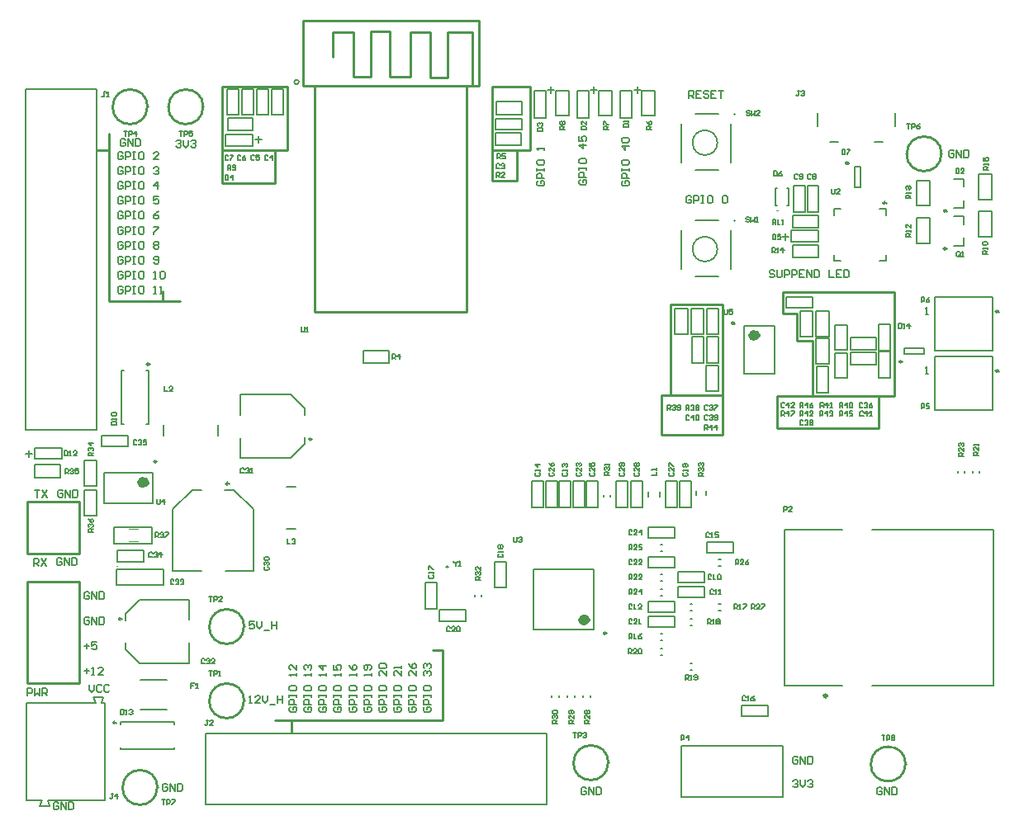
<source format=gto>
%FSTAX23Y23*%
%MOIN*%
%SFA1B1*%

%IPPOS*%
%ADD10C,0.009800*%
%ADD11C,0.010000*%
%ADD12C,0.011800*%
%ADD13C,0.007900*%
%ADD14C,0.003900*%
%ADD15C,0.006000*%
%ADD16C,0.023600*%
%ADD17C,0.005000*%
%ADD18C,0.007000*%
%ADD19C,0.004000*%
%LNv1.0-1*%
%LPD*%
G54D10*
X01409Y02841D02*
D01*
D01*
G75*
G03X01399I-00004J0D01*
G74*G01*
D01*
G75*
G03X01409I00004J0D01*
G74*G01*
X0456Y03881D02*
D01*
D01*
G75*
G03X0455I-00004J0D01*
G74*G01*
D01*
G75*
G03X0456I00004J0D01*
G74*G01*
X02177Y03568D02*
D01*
D01*
G75*
G03X02167I-00004J0D01*
G74*G01*
D01*
G75*
G03X02177I00004J0D01*
G74*G01*
X01842Y03388D02*
D01*
D01*
G75*
G03X01832I-00004J0D01*
G74*G01*
D01*
G75*
G03X01842I00004J0D01*
G74*G01*
X01551Y03477D02*
D01*
D01*
G75*
G03X01542I-00004J0D01*
G74*G01*
D01*
G75*
G03X01551I00004J0D01*
G74*G01*
X03883Y04036D02*
D01*
D01*
G75*
G03X03874I-00004J0D01*
G74*G01*
D01*
G75*
G03X03883I00004J0D01*
G74*G01*
X04949Y03843D02*
D01*
D01*
G75*
G03X04939I-00004J0D01*
G74*G01*
D01*
G75*
G03X04949I00004J0D01*
G74*G01*
Y04083D02*
D01*
D01*
G75*
G03X04939I-00004J0D01*
G74*G01*
D01*
G75*
G03X04949I00004J0D01*
G74*G01*
X03366Y02784D02*
D01*
D01*
G75*
G03X03356I-00004J0D01*
G74*G01*
D01*
G75*
G03X03366I00004J0D01*
G74*G01*
X0474Y04489D02*
D01*
D01*
G75*
G03X0473I-00004J0D01*
G74*G01*
D01*
G75*
G03X0474I00004J0D01*
G74*G01*
X04739Y04337D02*
D01*
D01*
G75*
G03X04729I-00004J0D01*
G74*G01*
D01*
G75*
G03X04739I00004J0D01*
G74*G01*
X01522Y0387D02*
D01*
D01*
G75*
G03X01512I-00004J0D01*
G74*G01*
D01*
G75*
G03X01522I00004J0D01*
G74*G01*
X01386Y02422D02*
D01*
D01*
G75*
G03X01376I-00004J0D01*
G74*G01*
D01*
G75*
G03X01386I00004J0D01*
G74*G01*
X04495Y04522D02*
D01*
D01*
G75*
G03X04485I-00004J0D01*
G74*G01*
D01*
G75*
G03X04495I00004J0D01*
G74*G01*
X04344Y04683D02*
D01*
D01*
G75*
G03X04334I-00004J0D01*
G74*G01*
D01*
G75*
G03X04344I00004J0D01*
G74*G01*
G54D11*
X01555Y0216D02*
D01*
D01*
G75*
G03X01414I-00070J0D01*
G74*G01*
D01*
G75*
G03X01555I00070J0D01*
G74*G01*
X01515Y0491D02*
D01*
D01*
G75*
G03X01374I-00070J0D01*
G74*G01*
D01*
G75*
G03X01515I00070J0D01*
G74*G01*
X0174D02*
D01*
D01*
G75*
G03X01599I-00070J0D01*
G74*G01*
D01*
G75*
G03X0174I00070J0D01*
G74*G01*
X01905Y0251D02*
D01*
D01*
G75*
G03X01764I-00070J0D01*
G74*G01*
D01*
G75*
G03X01905I00070J0D01*
G74*G01*
X04575Y02255D02*
D01*
D01*
G75*
G03X04434I-00070J0D01*
G74*G01*
D01*
G75*
G03X04575I00070J0D01*
G74*G01*
X01905Y0281D02*
D01*
D01*
G75*
G03X01764I-00070J0D01*
G74*G01*
D01*
G75*
G03X01905I00070J0D01*
G74*G01*
X03375Y0226D02*
D01*
D01*
G75*
G03X03234I-00070J0D01*
G74*G01*
D01*
G75*
G03X03375I00070J0D01*
G74*G01*
X0472Y0472D02*
D01*
D01*
G75*
G03X04579I-00070J0D01*
G74*G01*
D01*
G75*
G03X0472I00070J0D01*
G74*G01*
X0103Y0299D02*
X0124D01*
X0103Y0258D02*
Y0299D01*
Y0258D02*
X0124D01*
Y0299*
X0103Y03315D02*
X0124D01*
Y03105D02*
Y03315D01*
X0103Y03105D02*
X0124D01*
X0103D02*
Y03315D01*
X04465Y0361D02*
Y0374D01*
X04055Y0361D02*
X04465D01*
X04055D02*
Y0374D01*
X042*
X0408Y0416D02*
X0453D01*
Y0374D02*
Y0416D01*
X042Y0374D02*
X0453D01*
X042D02*
Y03965D01*
X04135D02*
X042D01*
X04135D02*
Y04075D01*
X0408D02*
X04135D01*
X0408D02*
Y0416D01*
X0359Y03745D02*
X03625D01*
X0359Y03585D02*
Y03745D01*
Y03585D02*
X03835D01*
Y03745*
Y041D02*
Y0411D01*
X03625D02*
X03835D01*
X03625Y03745D02*
Y0411D01*
Y03745D02*
X03835D01*
Y041*
X02095Y0243D02*
X02705D01*
Y02715*
X02665D02*
X02705D01*
X02095Y0238D02*
Y0243D01*
X0203D02*
X02095D01*
X0136Y04735D02*
Y048D01*
X0131Y04735D02*
X0136D01*
X01575Y04125D02*
Y04165D01*
X0136Y04125D02*
X01645D01*
X0136D02*
Y04735D01*
X02802Y04996D02*
X02852D01*
X02802Y04083D02*
Y04996D01*
X02264Y05111D02*
Y05212D01*
X02266*
X02345*
Y0503D02*
Y05212D01*
Y0503D02*
X02416D01*
Y05215*
X02492*
Y0503D02*
Y05215D01*
Y0503D02*
X02575D01*
Y05213*
X02657*
Y05029D02*
Y05213D01*
Y05029D02*
X02726D01*
Y0521*
X02827*
Y04996D02*
Y0521D01*
X02191Y04996D02*
X02802D01*
X02191Y04083D02*
Y04996D01*
X02144D02*
X02191D01*
X02144D02*
Y05257D01*
X02852*
Y04996D02*
Y05257D01*
X02191Y04083D02*
X02802D01*
X0203Y046D02*
Y0473D01*
X01815Y046D02*
X0203D01*
X01815D02*
Y04735D01*
X0208D02*
Y0499D01*
X01815Y04735D02*
X0208D01*
X01815D02*
Y0499D01*
X0208*
X03005Y0461D02*
Y0473D01*
X02905Y0461D02*
X03005D01*
X02905D02*
Y04735D01*
X0306D02*
Y0499D01*
X02905Y04735D02*
X0306D01*
X02905D02*
Y0499D01*
X0306*
G54D12*
X04257Y0253D02*
D01*
D01*
G75*
G03X04246I-00005J0D01*
G74*G01*
D01*
G75*
G03X04257I00005J0D01*
G74*G01*
G54D13*
X02126Y0501D02*
D01*
D01*
G75*
G03X02107I-00009J0D01*
G74*G01*
D01*
G75*
G03X02126I00009J0D01*
G74*G01*
X02729Y03052D02*
D01*
D01*
G75*
G03X02721I-00003J0D01*
G74*G01*
D01*
G75*
G03X02729I00003J0D01*
G74*G01*
X01425Y02719D02*
X01484Y0266D01*
X01425Y0286D02*
X01484Y02919D01*
X01684Y02839D02*
Y02919D01*
Y0266D02*
Y02744D01*
X01484Y02919D02*
X01684D01*
X01484Y0266D02*
X01684D01*
X01425Y02835D02*
Y0286D01*
Y02719D02*
Y02744D01*
X01486Y02475D02*
X01593D01*
X01486Y02594D02*
X01593D01*
X01309Y03605D02*
Y04983D01*
X01022Y03605D02*
Y04983D01*
X01309*
X01022Y03605D02*
X01309D01*
X01081Y02084D02*
X01121D01*
X01112Y02108D02*
X01121Y02084D01*
X01081D02*
X0109Y02108D01*
X01297Y02525D02*
X01337D01*
X01328Y02501D02*
X01337Y02525D01*
X01297D02*
X01306Y02501D01*
X01342Y02108D02*
Y02501D01*
X01027Y02108D02*
Y02501D01*
X01328D02*
X01342D01*
X01027D02*
X01306D01*
X01027Y02108D02*
X0109D01*
X01112D02*
X01342D01*
X03582Y03335D02*
Y03354D01*
X03537Y03335D02*
Y03354D01*
X04568Y03935D02*
X04651D01*
X04568Y03911D02*
X04651D01*
Y03935*
X04568Y03911D02*
Y03935D01*
X03669Y02122D02*
Y02328D01*
Y02122D02*
X0408D01*
X03669Y02328D02*
X0408D01*
Y02122D02*
Y02328D01*
X0427Y04768D02*
X04303D01*
X04219Y04832D02*
Y04886D01*
X04534Y04832D02*
Y04886D01*
X04449Y04768D02*
X04483D01*
X03586Y03023D02*
X03594D01*
X03586Y02996D02*
X03594D01*
X03586Y02963D02*
X03593D01*
X03586Y02936D02*
X03593D01*
X03706Y02903D02*
X03713D01*
X03706Y02876D02*
X03713D01*
X03586Y02783D02*
X03594D01*
X03586Y02756D02*
X03594D01*
X03586Y02723D02*
X03594D01*
X03586Y02696D02*
X03594D01*
X03302Y02525D02*
Y02533D01*
X03274Y02525D02*
Y02533D01*
X03238Y02525D02*
Y02533D01*
X03211Y02525D02*
Y02533D01*
X03175Y02525D02*
Y02533D01*
X03147Y02525D02*
Y02533D01*
X02864Y02931D02*
Y02938D01*
X02837Y02931D02*
Y02938D01*
X01581Y03583D02*
Y03626D01*
X01798Y03583D02*
Y03626D01*
X02151Y03665D02*
Y0369D01*
Y03549D02*
Y03574D01*
X01891Y03749D02*
X02092D01*
X01891Y0349D02*
X02092D01*
X01891Y03665D02*
Y03749D01*
Y0349D02*
Y0357D01*
X02092Y0349D02*
X02151Y03549D01*
X02092Y03749D02*
X02151Y0369D01*
X02077Y03374D02*
X02112D01*
X02077Y03205D02*
X02112D01*
X01829Y03036D02*
X01943D01*
X01616D02*
X01734D01*
X01943D02*
Y03284D01*
X01616Y03036D02*
Y03284D01*
X01825Y03363D02*
X01864D01*
X01695D02*
X01734D01*
X01864D02*
X01943Y03284D01*
X01616D02*
X01695Y03363D01*
X03356Y03335D02*
Y03343D01*
X03383Y03335D02*
Y03343D01*
X0377Y03342D02*
Y03357D01*
X03729Y03342D02*
Y03357D01*
X0134Y03307D02*
Y03433D01*
X01536Y03307D02*
Y03433D01*
X0134Y03307D02*
X01536D01*
X0134Y03433D02*
X01536D01*
X03924Y0383D02*
Y04026D01*
X04046Y0383D02*
Y04026D01*
X03924D02*
X04046D01*
X03924Y0383D02*
X04046D01*
X04693Y03686D02*
X04927D01*
X04693D02*
Y039D01*
X04927*
Y03686D02*
Y039D01*
X04693Y03926D02*
X04927D01*
X04693D02*
Y0414D01*
X04927*
Y03926D02*
Y0414D01*
X01749Y02379D02*
X03127D01*
X01749Y02092D02*
X03127D01*
X01749D02*
Y02379D01*
X03127Y02092D02*
Y02379D01*
X03317Y02798D02*
Y03042D01*
X03073Y02798D02*
Y03042D01*
Y02798D02*
X03317D01*
X03073Y03042D02*
X03317D01*
X03586Y03116D02*
X03593D01*
X03586Y03143D02*
X03593D01*
X04873Y03431D02*
Y03438D01*
X04846Y03431D02*
Y03438D01*
X03821Y03056D02*
X03828D01*
X03821Y03083D02*
X03828D01*
X0382Y02876D02*
X03828D01*
X0382Y02903D02*
X03828D01*
X03705Y02816D02*
X03713D01*
X03705Y02843D02*
X03713D01*
X03706Y02636D02*
X03713D01*
X03706Y02663D02*
X03713D01*
X04096Y04583D02*
X04104D01*
X04096Y04512D02*
X04104D01*
X04049Y04583D02*
X04057D01*
X04049Y04512D02*
X04057D01*
X04104D02*
Y04583D01*
X04049Y04512D02*
Y04583D01*
X0481Y045D02*
Y04532D01*
X0477Y045D02*
X0481D01*
Y04587D02*
Y04619D01*
X0477D02*
X0481D01*
X04809Y04348D02*
Y0438D01*
X04769Y04348D02*
X04809D01*
Y04435D02*
Y04467D01*
X04769D02*
X04809D01*
X0152Y03628D02*
Y03844D01*
X01409Y03628D02*
Y03844D01*
X01511D02*
X0152D01*
X01511Y03628D02*
X0152D01*
X01409Y03844D02*
X01418D01*
X01409Y03628D02*
X01418D01*
X01623Y02314D02*
Y02323D01*
X01406Y02314D02*
Y02323D01*
X01623Y02416D02*
Y02425D01*
X01406Y02416D02*
Y02425D01*
Y02314D02*
X01623D01*
X01406Y02425D02*
X01623D01*
X04287Y04472D02*
Y04497D01*
X04312*
X04287Y04288D02*
Y04313D01*
Y04288D02*
X04312D01*
X04471D02*
X04496D01*
Y04313*
Y04472D02*
Y04497D01*
X04471D02*
X04496D01*
X04393Y04586D02*
Y04669D01*
X04369Y04586D02*
Y04669D01*
Y04586D02*
X04393D01*
X04369Y04669D02*
X04393D01*
X04786Y03431D02*
Y03438D01*
X04813Y03431D02*
Y03438D01*
G54D14*
X01394Y03054D02*
D01*
D01*
G75*
G03X0139I-00002J0D01*
G74*G01*
D01*
G75*
G03X01394I00002J0D01*
G74*G01*
X04059Y0449D02*
D01*
D01*
G75*
G03X04055I-00002J0D01*
G74*G01*
D01*
G75*
G03X04059I00002J0D01*
G74*G01*
G54D15*
X03815Y04765D02*
D01*
D01*
G75*
G03X03715I-00050J0D01*
G74*G01*
D01*
G75*
G03X03815I00050J0D01*
G74*G01*
Y04335D02*
D01*
D01*
G75*
G03X03715I-00050J0D01*
G74*G01*
D01*
G75*
G03X03815I00050J0D01*
G74*G01*
X02484Y03874D02*
X02488D01*
Y03926*
X02386D02*
X02488D01*
X02386Y03874D02*
Y03926D01*
Y03874D02*
X02484D01*
X03779Y03153D02*
X03878D01*
Y03107D02*
Y03153D01*
X03772Y03107D02*
X03878D01*
X03772D02*
Y03153D01*
X03779*
X02924Y04931D02*
X02928D01*
X02924Y04879D02*
Y04931D01*
Y04879D02*
X03026D01*
Y04931*
X02928D02*
X03026D01*
X03657Y02927D02*
X03756D01*
X03657D02*
Y02973D01*
X03762*
Y02927D02*
Y02973D01*
X03756Y02927D02*
X03762D01*
X03537Y03167D02*
X03636D01*
X03537D02*
Y03213D01*
X03642*
Y03167D02*
Y03213D01*
X03636Y03167D02*
X03642D01*
X03636Y02807D02*
X03642D01*
Y02853*
X03537D02*
X03642D01*
X03537Y02807D02*
Y02853D01*
Y02807D02*
X03636D01*
X03278Y03292D02*
Y03391D01*
X03232Y03292D02*
X03278D01*
X03232D02*
Y03397D01*
X03278*
Y03391D02*
Y03397D01*
X03223Y03291D02*
Y0339D01*
X03177Y03291D02*
X03223D01*
X03177D02*
Y03397D01*
X03223*
Y0339D02*
Y03397D01*
X03067Y03299D02*
Y03398D01*
X03113*
Y03292D02*
Y03398D01*
X03067Y03292D02*
X03113D01*
X03067D02*
Y03299D01*
X02917Y02974D02*
Y03073D01*
X02963*
Y02967D02*
Y03073D01*
X02917Y02967D02*
X02963D01*
X02917D02*
Y02974D01*
X01391Y02978D02*
Y03042D01*
Y02978D02*
X01579D01*
Y03042*
X01391D02*
X01579D01*
X04011Y02447D02*
X04018D01*
Y02493*
X03912D02*
X04018D01*
X03912Y02447D02*
Y02493D01*
Y02447D02*
X04011D01*
X0183Y04798D02*
X01835D01*
X0183Y04763D02*
Y04798D01*
Y04752D02*
Y04763D01*
Y04752D02*
X0194D01*
Y04798*
X01835D02*
X0194D01*
X01937Y04814D02*
X01941D01*
Y04866*
X01839D02*
X01941D01*
X01839Y04814D02*
Y04866D01*
Y04814D02*
X01937D01*
X02063Y04976D02*
Y04982D01*
X02017D02*
X02063D01*
X02017Y04877D02*
Y04982D01*
Y04877D02*
X02063D01*
Y04976*
X0302Y04817D02*
X03027D01*
Y04863*
X02921D02*
X03027D01*
X02921Y04817D02*
Y04863D01*
Y04817D02*
X0302D01*
X02921Y04806D02*
X02925D01*
X02921Y04754D02*
Y04806D01*
Y04754D02*
X03023D01*
Y04806*
X02925D02*
X03023D01*
X01883Y04976D02*
Y04982D01*
X01837D02*
X01883D01*
X01837Y04877D02*
Y04982D01*
Y04877D02*
X01883D01*
Y04976*
X01943D02*
Y04982D01*
X01897D02*
X01943D01*
X01897Y04877D02*
Y04982D01*
Y04877D02*
X01943D01*
Y04976*
X02003D02*
Y04982D01*
X01957D02*
X02003D01*
X01957Y04877D02*
Y04982D01*
Y04877D02*
X02003D01*
Y04976*
X0367Y04685D02*
Y0484D01*
X03725Y0488D02*
X0382D01*
X0387Y04686D02*
Y0484D01*
X03725Y04655D02*
X0382D01*
X0367Y04255D02*
Y0441D01*
X03725Y0445D02*
X0382D01*
X0387Y04256D02*
Y0441D01*
X03725Y04225D02*
X0382D01*
X03644Y03992D02*
Y03996D01*
Y03992D02*
X03696D01*
Y04094*
X03644D02*
X03696D01*
X03644Y03996D02*
Y04094D01*
X03772Y03875D02*
Y03882D01*
Y03875D02*
X03818D01*
Y03981*
X03772D02*
X03818D01*
X03772Y03882D02*
Y03981D01*
X03712Y03875D02*
Y03882D01*
Y03875D02*
X03758D01*
Y03981*
X03712D02*
X03758D01*
X03712Y03882D02*
Y03981D01*
X03709Y03992D02*
Y03996D01*
Y03992D02*
X03761D01*
Y04094*
X03709D02*
X03761D01*
X03709Y03996D02*
Y04094D01*
X03821Y0386D02*
Y03864D01*
X03769D02*
X03821D01*
X03769Y03762D02*
Y03864D01*
Y03762D02*
X03821D01*
Y0386*
X04217Y03755D02*
Y03762D01*
Y03755D02*
X04263D01*
Y03861*
X04217D02*
X04263D01*
X04217Y03762D02*
Y03861D01*
X04201Y0408D02*
Y04084D01*
X04149D02*
X04201D01*
X04149Y03982D02*
Y04084D01*
Y03982D02*
X04201D01*
Y0408*
X04289Y03814D02*
Y03818D01*
Y03814D02*
X04341D01*
Y03916*
X04289D02*
X04341D01*
X04289Y03818D02*
Y03916D01*
Y03927D02*
Y03931D01*
Y03927D02*
X04341D01*
Y04029*
X04289D02*
X04341D01*
X04289Y03931D02*
Y04029D01*
X04452Y03867D02*
X04456D01*
Y03919*
X04354D02*
X04456D01*
X04354Y03867D02*
Y03919D01*
Y03867D02*
X04452D01*
X04467Y03816D02*
Y03822D01*
Y03816D02*
X04513D01*
Y03921*
X04467D02*
X04513D01*
X04467Y03822D02*
Y03921D01*
X03818Y04089D02*
Y04096D01*
X03772D02*
X03818D01*
X03772Y0399D02*
Y04096D01*
Y0399D02*
X03818D01*
Y04089*
X04266Y0408D02*
Y04084D01*
X04214D02*
X04266D01*
X04214Y03982D02*
Y04084D01*
Y03982D02*
X04266D01*
Y0408*
Y0397D02*
Y03974D01*
X04214D02*
X04266D01*
X04214Y03872D02*
Y03974D01*
Y03872D02*
X04266D01*
Y0397*
X04452Y03927D02*
X04456D01*
Y03979*
X04354D02*
X04456D01*
X04354Y03927D02*
Y03979D01*
Y03927D02*
X04452D01*
X04467Y03925D02*
Y03932D01*
Y03925D02*
X04513D01*
Y04031*
X04467D02*
X04513D01*
X04467Y03932D02*
Y04031D01*
X04092Y04143D02*
X04099D01*
X04092Y04097D02*
Y04143D01*
Y04097D02*
X04198D01*
Y04143*
X04099D02*
X04198D01*
X03333Y03391D02*
Y03397D01*
X03287D02*
X03333D01*
X03287Y03292D02*
Y03397D01*
Y03292D02*
X03333D01*
Y03391*
X03537Y02913D02*
X03544D01*
X03537Y02867D02*
Y02913D01*
Y02867D02*
X03643D01*
Y02913*
X03544D02*
X03643D01*
X03636Y03047D02*
X03642D01*
Y03093*
X03537D02*
X03642D01*
X03537Y03047D02*
Y03093D01*
Y03047D02*
X03636D01*
X03657Y02987D02*
X03756D01*
X03657D02*
Y03033D01*
X03762*
Y02987D02*
Y03033D01*
X03756Y02987D02*
X03762D01*
X03708Y03391D02*
Y03397D01*
X03662D02*
X03708D01*
X03662Y03292D02*
Y03397D01*
Y03292D02*
X03708D01*
Y03391*
X02637Y02881D02*
Y02888D01*
Y02881D02*
X02683D01*
Y02987*
X02637D02*
X02683D01*
X02637Y02888D02*
Y02987D01*
X02693Y02878D02*
X02699D01*
X02693Y02832D02*
Y02878D01*
Y02832D02*
X02798D01*
Y02878*
X02699D02*
X02798D01*
X03653Y0339D02*
Y03397D01*
X03607D02*
X03653D01*
X03607Y03291D02*
Y03397D01*
Y03291D02*
X03653D01*
Y0339*
X03467Y03291D02*
Y03298D01*
Y03291D02*
X03513D01*
Y03397*
X03467D02*
X03513D01*
X03467Y03298D02*
Y03397D01*
X03407Y03291D02*
Y03298D01*
Y03291D02*
X03453D01*
Y03397*
X03407D02*
X03453D01*
X03407Y03298D02*
Y03397D01*
X03168Y03391D02*
Y03397D01*
X03122D02*
X03168D01*
X03122Y03292D02*
Y03397D01*
Y03292D02*
X03168D01*
Y03391*
X04218Y04421D02*
X04222D01*
Y04473*
X0412D02*
X04222D01*
X0412Y04421D02*
Y04473D01*
Y04421D02*
X04218D01*
X04112Y04364D02*
X04217D01*
X04112D02*
Y0441D01*
X04222*
Y04399D02*
Y0441D01*
Y04364D02*
Y04399D01*
X04217Y04364D02*
X04222D01*
X04124Y04353D02*
X04222D01*
Y04301D02*
Y04353D01*
X0412Y04301D02*
X04222D01*
X0412D02*
Y04353D01*
X04124*
X0487Y0454D02*
Y04638D01*
X04922*
Y04536D02*
Y04638D01*
X0487Y04536D02*
X04922D01*
X0487D02*
Y0454D01*
Y0439D02*
Y04488D01*
X04922*
Y04386D02*
Y04488D01*
X0487Y04386D02*
X04922D01*
X0487D02*
Y0439D01*
X0462Y04515D02*
Y04613D01*
X04672*
Y04511D02*
Y04613D01*
X0462Y04511D02*
X04672D01*
X0462D02*
Y04515D01*
Y04363D02*
Y04461D01*
X04672*
Y04359D02*
Y04461D01*
X0462Y04359D02*
X04672D01*
X0462D02*
Y04363D01*
X03076Y04866D02*
Y04871D01*
Y04866D02*
X03111D01*
X03122*
Y04976*
X03076D02*
X03122D01*
X03076Y04871D02*
Y04976D01*
X03215Y04972D02*
Y04976D01*
X03163D02*
X03215D01*
X03163Y04874D02*
Y04976D01*
Y04874D02*
X03215D01*
Y04972*
X0325Y04866D02*
Y04871D01*
Y04866D02*
X03285D01*
X03296*
Y04976*
X0325D02*
X03296D01*
X0325Y04871D02*
Y04976D01*
X03389Y04972D02*
Y04976D01*
X03337D02*
X03389D01*
X03337Y04874D02*
Y04976D01*
Y04874D02*
X03389D01*
Y04972*
X03424Y04866D02*
Y04871D01*
Y04866D02*
X03459D01*
X0347*
Y04976*
X03424D02*
X0347D01*
X03424Y04871D02*
Y04976D01*
X03562Y04972D02*
Y04976D01*
X0351D02*
X03562D01*
X0351Y04874D02*
Y04976D01*
Y04874D02*
X03562D01*
Y04972*
X0133Y03537D02*
X01429D01*
X0133D02*
Y03583D01*
X01436*
Y03537D02*
Y03583D01*
X01429Y03537D02*
X01436D01*
X01259Y03263D02*
Y03361D01*
X01311*
Y03259D02*
Y03361D01*
X01259Y03259D02*
X01311D01*
X01259D02*
Y03263D01*
Y03383D02*
Y03481D01*
X01311*
Y03379D02*
Y03481D01*
X01259Y03379D02*
X01311D01*
X01259D02*
Y03383D01*
X01393Y03073D02*
X01492D01*
X01393D02*
Y03119D01*
X01499*
Y03073D02*
Y03119D01*
X01492Y03073D02*
X01499D01*
X01065Y03465D02*
X01163D01*
Y03413D02*
Y03465D01*
X01061Y03413D02*
X01163D01*
X01061D02*
Y03465D01*
X01065*
X01058Y03487D02*
X01163D01*
X01058D02*
Y03533D01*
X01168*
Y03522D02*
Y03533D01*
Y03487D02*
Y03522D01*
X01163Y03487D02*
X01168D01*
X04224Y04583D02*
Y0459D01*
X04178D02*
X04224D01*
X04178Y04484D02*
Y0459D01*
Y04484D02*
X04224D01*
Y04583*
X04169D02*
Y0459D01*
X04123D02*
X04169D01*
X04123Y04484D02*
Y0459D01*
Y04484D02*
X04169D01*
Y04583*
X04656Y03831D02*
X04666D01*
X04661*
Y03861*
X04656Y03856*
Y04071D02*
X04666D01*
X04661*
Y04101*
X04656Y04096*
X01261Y02631D02*
X01281D01*
X01271Y02641D02*
Y02621D01*
X01291Y02616D02*
X01301D01*
X01296*
Y02646*
X01291Y02641*
X01336Y02616D02*
X01316D01*
X01336Y02636*
Y02641*
X01331Y02646*
X01321*
X01316Y02641*
X01281Y02946D02*
X01276Y02951D01*
X01266*
X01261Y02946*
Y02926*
X01266Y02921*
X01276*
X01281Y02926*
Y02936*
X01271*
X01291Y02921D02*
Y02951D01*
X01311Y02921*
Y02951*
X01321D02*
Y02921D01*
X01336*
X01341Y02926*
Y02946*
X01336Y02951*
X01321*
X01261Y02732D02*
X01281D01*
X01271Y02742D02*
Y02722D01*
X01311Y02747D02*
X01291D01*
Y02732*
X01301Y02737*
X01306*
X01311Y02732*
Y02722*
X01306Y02717*
X01296*
X01291Y02722*
X01168Y03083D02*
X01163Y03088D01*
X01153*
X01148Y03083*
Y03063*
X01153Y03058*
X01163*
X01168Y03063*
Y03073*
X01158*
X01178Y03058D02*
Y03088D01*
X01198Y03058*
Y03088*
X01208D02*
Y03058D01*
X01223*
X01228Y03063*
Y03083*
X01223Y03088*
X01208*
X01173Y03358D02*
X01168Y03363D01*
X01158*
X01153Y03358*
Y03338*
X01158Y03333*
X01168*
X01173Y03338*
Y03348*
X01163*
X01183Y03333D02*
Y03363D01*
X01203Y03333*
Y03363*
X01213D02*
Y03333D01*
X01228*
X01233Y03338*
Y03358*
X01228Y03363*
X01213*
X01059Y03362D02*
X01079D01*
X01069*
Y03332*
X01089Y03362D02*
X01109Y03332D01*
Y03362D02*
X01089Y03332D01*
X01056Y03056D02*
Y03086D01*
X01071*
X01076Y03081*
Y03071*
X01071Y03066*
X01056*
X01066D02*
X01076Y03056D01*
X01086Y03086D02*
X01106Y03056D01*
Y03086D02*
X01086Y03056D01*
X01281Y02844D02*
X01276Y02849D01*
X01266*
X01261Y02844*
Y02824*
X01266Y02819*
X01276*
X01281Y02824*
Y02834*
X01271*
X01291Y02819D02*
Y02849D01*
X01311Y02819*
Y02849*
X01321D02*
Y02819D01*
X01336*
X01341Y02824*
Y02844*
X01336Y02849*
X01321*
X01281Y02576D02*
Y02556D01*
X01291Y02546*
X01301Y02556*
Y02576*
X01331Y02571D02*
X01326Y02576D01*
X01316*
X01311Y02571*
Y02551*
X01316Y02546*
X01326*
X01331Y02551*
X01361Y02571D02*
X01356Y02576D01*
X01346*
X01341Y02571*
Y02551*
X01346Y02546*
X01356*
X01361Y02551*
X01156Y02096D02*
X01151Y02101D01*
X01141*
X01136Y02096*
Y02076*
X01141Y02071*
X01151*
X01156Y02076*
Y02086*
X01146*
X01166Y02071D02*
Y02101D01*
X01186Y02071*
Y02101*
X01196D02*
Y02071D01*
X01211*
X01216Y02076*
Y02096*
X01211Y02101*
X01196*
X01031Y02531D02*
Y02561D01*
X01046*
X01051Y02556*
Y02546*
X01046Y02541*
X01031*
X01061Y02561D02*
Y02531D01*
X01071Y02541*
X01081Y02531*
Y02561*
X01091Y02531D02*
Y02561D01*
X01106*
X01111Y02556*
Y02546*
X01106Y02541*
X01091*
X01101D02*
X01111Y02531D01*
X04771Y04731D02*
X04766Y04736D01*
X04756*
X04751Y04731*
Y04711*
X04756Y04706*
X04766*
X04771Y04711*
Y04721*
X04761*
X04781Y04706D02*
Y04736D01*
X04801Y04706*
Y04736*
X04811D02*
Y04706D01*
X04826*
X04831Y04711*
Y04731*
X04826Y04736*
X04811*
X01631Y04771D02*
X01636Y04776D01*
X01646*
X01651Y04771*
Y04766*
X01646Y04761*
X01641*
X01646*
X01651Y04756*
Y04751*
X01646Y04746*
X01636*
X01631Y04751*
X01661Y04776D02*
Y04756D01*
X01671Y04746*
X01681Y04756*
Y04776*
X01691Y04771D02*
X01696Y04776D01*
X01706*
X01711Y04771*
Y04766*
X01706Y04761*
X01701*
X01706*
X01711Y04756*
Y04751*
X01706Y04746*
X01696*
X01691Y04751*
X01426Y04776D02*
X01421Y04781D01*
X01411*
X01406Y04776*
Y04756*
X01411Y04751*
X01421*
X01426Y04756*
Y04766*
X01416*
X01436Y04751D02*
Y04781D01*
X01456Y04751*
Y04781*
X01466D02*
Y04751D01*
X01481*
X01486Y04756*
Y04776*
X01481Y04781*
X01466*
X01926Y02501D02*
X01936D01*
X01931*
Y02531*
X01926Y02526*
X01971Y02501D02*
X01951D01*
X01971Y02521*
Y02526*
X01966Y02531*
X01956*
X01951Y02526*
X01981Y02531D02*
Y02511D01*
X01991Y02501*
X02001Y02511*
Y02531*
X02011Y02496D02*
X02031D01*
X02041Y02531D02*
Y02501D01*
Y02516*
X02061*
Y02531*
Y02501*
X01946Y02831D02*
X01926D01*
Y02816*
X01936Y02821*
X01941*
X01946Y02816*
Y02806*
X01941Y02801*
X01931*
X01926Y02806*
X01956Y02831D02*
Y02811D01*
X01966Y02801*
X01976Y02811*
Y02831*
X01986Y02796D02*
X02006D01*
X02016Y02831D02*
Y02801D01*
Y02816*
X02036*
Y02831*
Y02801*
X01596Y02171D02*
X01591Y02176D01*
X01581*
X01576Y02171*
Y02151*
X01581Y02146*
X01591*
X01596Y02151*
Y02161*
X01586*
X01606Y02146D02*
Y02176D01*
X01626Y02146*
Y02176*
X01636D02*
Y02146D01*
X01651*
X01656Y02151*
Y02171*
X01651Y02176*
X01636*
X03286Y02156D02*
X03281Y02161D01*
X03271*
X03266Y02156*
Y02136*
X03271Y02131*
X03281*
X03286Y02136*
Y02146*
X03276*
X03296Y02131D02*
Y02161D01*
X03316Y02131*
Y02161*
X03326D02*
Y02131D01*
X03341*
X03346Y02136*
Y02156*
X03341Y02161*
X03326*
X04481Y02156D02*
X04476Y02161D01*
X04466*
X04461Y02156*
Y02136*
X04466Y02131*
X04476*
X04481Y02136*
Y02146*
X04471*
X04491Y02131D02*
Y02161D01*
X04511Y02131*
Y02161*
X04521D02*
Y02131D01*
X04536*
X04541Y02136*
Y02156*
X04536Y02161*
X04521*
X04121Y02186D02*
X04126Y02191D01*
X04136*
X04141Y02186*
Y02181*
X04136Y02176*
X04131*
X04136*
X04141Y02171*
Y02166*
X04136Y02161*
X04126*
X04121Y02166*
X04151Y02191D02*
Y02171D01*
X04161Y02161*
X04171Y02171*
Y02191*
X04181Y02186D02*
X04186Y02191D01*
X04196*
X04201Y02186*
Y02181*
X04196Y02176*
X04191*
X04196*
X04201Y02171*
Y02166*
X04196Y02161*
X04186*
X04181Y02166*
X04141Y02281D02*
X04136Y02286D01*
X04126*
X04121Y02281*
Y02261*
X04126Y02256*
X04136*
X04141Y02261*
Y02271*
X04131*
X04151Y02256D02*
Y02286D01*
X04171Y02256*
Y02286*
X04181D02*
Y02256D01*
X04196*
X04201Y02261*
Y02281*
X04196Y02286*
X04181*
X04046Y04246D02*
X04041Y04251D01*
X04031*
X04026Y04246*
Y04241*
X04031Y04236*
X04041*
X04046Y04231*
Y04226*
X04041Y04221*
X04031*
X04026Y04226*
X04056Y04251D02*
Y04226D01*
X04061Y04221*
X04071*
X04076Y04226*
Y04251*
X04086Y04221D02*
Y04251D01*
X04101*
X04106Y04246*
Y04236*
X04101Y04231*
X04086*
X04116Y04221D02*
Y04251D01*
X04131*
X04136Y04246*
Y04236*
X04131Y04231*
X04116*
X04166Y04251D02*
X04146D01*
Y04221*
X04166*
X04146Y04236D02*
X04156D01*
X04176Y04221D02*
Y04251D01*
X04195Y04221*
Y04251*
X04205D02*
Y04221D01*
X0422*
X04225Y04226*
Y04246*
X0422Y04251*
X04205*
X04265D02*
Y04221D01*
X04285*
X04315Y04251D02*
X04295D01*
Y04221*
X04315*
X04295Y04236D02*
X04305D01*
X04325Y04251D02*
Y04221D01*
X0434*
X04345Y04226*
Y04246*
X0434Y04251*
X04325*
X03701Y04946D02*
Y04976D01*
X03716*
X03721Y04971*
Y04961*
X03716Y04956*
X03701*
X03711D02*
X03721Y04946D01*
X03751Y04976D02*
X03731D01*
Y04946*
X03751*
X03731Y04961D02*
X03741D01*
X03781Y04971D02*
X03776Y04976D01*
X03766*
X03761Y04971*
Y04966*
X03766Y04961*
X03776*
X03781Y04956*
Y04951*
X03776Y04946*
X03766*
X03761Y04951*
X03811Y04976D02*
X03791D01*
Y04946*
X03811*
X03791Y04961D02*
X03801D01*
X03821Y04976D02*
X03841D01*
X03831*
Y04946*
X03711Y04546D02*
X03706Y04551D01*
X03696*
X03691Y04546*
Y04526*
X03696Y04521*
X03706*
X03711Y04526*
Y04536*
X03701*
X03721Y04521D02*
Y04551D01*
X03736*
X03741Y04546*
Y04536*
X03736Y04531*
X03721*
X03751Y04551D02*
X03761D01*
X03756*
Y04521*
X03751*
X03761*
X03791Y04551D02*
X03781D01*
X03776Y04546*
Y04526*
X03781Y04521*
X03791*
X03796Y04526*
Y04546*
X03791Y04551*
X03836Y04546D02*
X03841Y04551D01*
X0385*
X03855Y04546*
Y04526*
X0385Y04521*
X03841*
X03836Y04526*
Y04546*
X03434Y04611D02*
X03429Y04606D01*
Y04596*
X03434Y04591*
X03454*
X03459Y04596*
Y04606*
X03454Y04611*
X03444*
Y04601*
X03459Y04621D02*
X03429D01*
Y04636*
X03434Y04641*
X03444*
X03449Y04636*
Y04621*
X03429Y04651D02*
Y04661D01*
Y04656*
X03459*
Y04651*
Y04661*
X03429Y04691D02*
Y04681D01*
X03434Y04676*
X03454*
X03459Y04681*
Y04691*
X03454Y04696*
X03434*
X03429Y04691*
X03459Y0475D02*
X03429D01*
X03444Y04736*
Y04755*
X03434Y04765D02*
X03429Y0477D01*
Y0478*
X03434Y04785*
X03454*
X03459Y0478*
Y0477*
X03454Y04765*
X03434*
X03262Y04616D02*
X03257Y04611D01*
Y04601*
X03262Y04596*
X03282*
X03287Y04601*
Y04611*
X03282Y04616*
X03272*
Y04606*
X03287Y04626D02*
X03257D01*
Y04641*
X03262Y04646*
X03272*
X03277Y04641*
Y04626*
X03257Y04656D02*
Y04666D01*
Y04661*
X03287*
Y04656*
Y04666*
X03257Y04696D02*
Y04686D01*
X03262Y04681*
X03282*
X03287Y04686*
Y04696*
X03282Y04701*
X03262*
X03257Y04696*
X03287Y04755D02*
X03257D01*
X03272Y04741*
Y0476*
X03257Y0479D02*
Y0477D01*
X03272*
X03267Y0478*
Y04785*
X03272Y0479*
X03282*
X03287Y04785*
Y04775*
X03282Y0477*
X03092Y04611D02*
X03087Y04606D01*
Y04596*
X03092Y04591*
X03112*
X03117Y04596*
Y04606*
X03112Y04611*
X03102*
Y04601*
X03117Y04621D02*
X03087D01*
Y04636*
X03092Y04641*
X03102*
X03107Y04636*
Y04621*
X03087Y04651D02*
Y04661D01*
Y04656*
X03117*
Y04651*
Y04661*
X03087Y04691D02*
Y04681D01*
X03092Y04676*
X03112*
X03117Y04681*
Y04691*
X03112Y04696*
X03092*
X03087Y04691*
X03117Y04736D02*
Y04746D01*
Y04741*
X03087*
X03092Y04736*
X02092Y02486D02*
X02087Y02481D01*
Y02471*
X02092Y02466*
X02112*
X02117Y02471*
Y02481*
X02112Y02486*
X02102*
Y02476*
X02117Y02496D02*
X02087D01*
Y02511*
X02092Y02516*
X02102*
X02107Y02511*
Y02496*
X02087Y02526D02*
Y02536D01*
Y02531*
X02117*
Y02526*
Y02536*
X02087Y02566D02*
Y02556D01*
X02092Y02551*
X02112*
X02117Y02556*
Y02566*
X02112Y02571*
X02092*
X02087Y02566*
X02117Y02611D02*
Y0262D01*
Y02616*
X02087*
X02092Y02611*
X02117Y02655D02*
Y02635D01*
X02097Y02655*
X02092*
X02087Y0265*
Y0264*
X02092Y02635*
X02152Y02486D02*
X02147Y02481D01*
Y02471*
X02152Y02466*
X02172*
X02177Y02471*
Y02481*
X02172Y02486*
X02162*
Y02476*
X02177Y02496D02*
X02147D01*
Y02511*
X02152Y02516*
X02162*
X02167Y02511*
Y02496*
X02147Y02526D02*
Y02536D01*
Y02531*
X02177*
Y02526*
Y02536*
X02147Y02566D02*
Y02556D01*
X02152Y02551*
X02172*
X02177Y02556*
Y02566*
X02172Y02571*
X02152*
X02147Y02566*
X02177Y02611D02*
Y0262D01*
Y02616*
X02147*
X02152Y02611*
Y02635D02*
X02147Y0264D01*
Y0265*
X02152Y02655*
X02157*
X02162Y0265*
Y02645*
Y0265*
X02167Y02655*
X02172*
X02177Y0265*
Y0264*
X02172Y02635*
X02212Y02486D02*
X02207Y02481D01*
Y02471*
X02212Y02466*
X02232*
X02237Y02471*
Y02481*
X02232Y02486*
X02222*
Y02476*
X02237Y02496D02*
X02207D01*
Y02511*
X02212Y02516*
X02222*
X02227Y02511*
Y02496*
X02207Y02526D02*
Y02536D01*
Y02531*
X02237*
Y02526*
Y02536*
X02207Y02566D02*
Y02556D01*
X02212Y02551*
X02232*
X02237Y02556*
Y02566*
X02232Y02571*
X02212*
X02207Y02566*
X02237Y02611D02*
Y0262D01*
Y02616*
X02207*
X02212Y02611*
X02237Y0265D02*
X02207D01*
X02222Y02635*
Y02655*
X02393Y02486D02*
X02388Y02481D01*
Y02471*
X02393Y02466*
X02413*
X02418Y02471*
Y02481*
X02413Y02486*
X02403*
Y02476*
X02418Y02496D02*
X02388D01*
Y02511*
X02393Y02516*
X02403*
X02408Y02511*
Y02496*
X02388Y02526D02*
Y02536D01*
Y02531*
X02418*
Y02526*
Y02536*
X02388Y02566D02*
Y02556D01*
X02393Y02551*
X02413*
X02418Y02556*
Y02566*
X02413Y02571*
X02393*
X02388Y02566*
X02418Y02611D02*
Y0262D01*
Y02616*
X02388*
X02393Y02611*
X02413Y02635D02*
X02418Y0264D01*
Y0265*
X02413Y02655*
X02393*
X02388Y0265*
Y0264*
X02393Y02635*
X02398*
X02403Y0264*
Y02655*
X02333Y02486D02*
X02328Y02481D01*
Y02471*
X02333Y02466*
X02353*
X02358Y02471*
Y02481*
X02353Y02486*
X02343*
Y02476*
X02358Y02496D02*
X02328D01*
Y02511*
X02333Y02516*
X02343*
X02348Y02511*
Y02496*
X02328Y02526D02*
Y02536D01*
Y02531*
X02358*
Y02526*
Y02536*
X02328Y02566D02*
Y02556D01*
X02333Y02551*
X02353*
X02358Y02556*
Y02566*
X02353Y02571*
X02333*
X02328Y02566*
X02358Y02611D02*
Y0262D01*
Y02616*
X02328*
X02333Y02611*
X02328Y02655D02*
X02333Y02645D01*
X02343Y02635*
X02353*
X02358Y0264*
Y0265*
X02353Y02655*
X02348*
X02343Y0265*
Y02635*
X02272Y02486D02*
X02267Y02481D01*
Y02471*
X02272Y02466*
X02292*
X02297Y02471*
Y02481*
X02292Y02486*
X02282*
Y02476*
X02297Y02496D02*
X02267D01*
Y02511*
X02272Y02516*
X02282*
X02287Y02511*
Y02496*
X02267Y02526D02*
Y02536D01*
Y02531*
X02297*
Y02526*
Y02536*
X02267Y02566D02*
Y02556D01*
X02272Y02551*
X02292*
X02297Y02556*
Y02566*
X02292Y02571*
X02272*
X02267Y02566*
X02297Y02611D02*
Y0262D01*
Y02616*
X02267*
X02272Y02611*
X02267Y02655D02*
Y02635D01*
X02282*
X02277Y02645*
Y0265*
X02282Y02655*
X02292*
X02297Y0265*
Y0264*
X02292Y02635*
X02634Y02486D02*
X02629Y02481D01*
Y02471*
X02634Y02466*
X02654*
X02659Y02471*
Y02481*
X02654Y02486*
X02644*
Y02476*
X02659Y02496D02*
X02629D01*
Y02511*
X02634Y02516*
X02644*
X02649Y02511*
Y02496*
X02629Y02526D02*
Y02536D01*
Y02531*
X02659*
Y02526*
Y02536*
X02629Y02566D02*
Y02556D01*
X02634Y02551*
X02654*
X02659Y02556*
Y02566*
X02654Y02571*
X02634*
X02629Y02566*
X02634Y02611D02*
X02629Y02616D01*
Y02625*
X02634Y0263*
X02639*
X02644Y02625*
Y0262*
Y02625*
X02649Y0263*
X02654*
X02659Y02625*
Y02616*
X02654Y02611*
X02634Y0264D02*
X02629Y02645D01*
Y02655*
X02634Y0266*
X02639*
X02644Y02655*
Y0265*
Y02655*
X02649Y0266*
X02654*
X02659Y02655*
Y02645*
X02654Y0264*
X02573Y02486D02*
X02568Y02481D01*
Y02471*
X02573Y02466*
X02593*
X02598Y02471*
Y02481*
X02593Y02486*
X02583*
Y02476*
X02598Y02496D02*
X02568D01*
Y02511*
X02573Y02516*
X02583*
X02588Y02511*
Y02496*
X02568Y02526D02*
Y02536D01*
Y02531*
X02598*
Y02526*
Y02536*
X02568Y02566D02*
Y02556D01*
X02573Y02551*
X02593*
X02598Y02556*
Y02566*
X02593Y02571*
X02573*
X02568Y02566*
X02598Y0263D02*
Y02611D01*
X02578Y0263*
X02573*
X02568Y02625*
Y02616*
X02573Y02611*
X02568Y0266D02*
X02573Y0265D01*
X02583Y0264*
X02593*
X02598Y02645*
Y02655*
X02593Y0266*
X02588*
X02583Y02655*
Y0264*
X02513Y02486D02*
X02508Y02481D01*
Y02471*
X02513Y02466*
X02533*
X02538Y02471*
Y02481*
X02533Y02486*
X02523*
Y02476*
X02538Y02496D02*
X02508D01*
Y02511*
X02513Y02516*
X02523*
X02528Y02511*
Y02496*
X02508Y02526D02*
Y02536D01*
Y02531*
X02538*
Y02526*
Y02536*
X02508Y02566D02*
Y02556D01*
X02513Y02551*
X02533*
X02538Y02556*
Y02566*
X02533Y02571*
X02513*
X02508Y02566*
X02538Y0263D02*
Y02611D01*
X02518Y0263*
X02513*
X02508Y02625*
Y02616*
X02513Y02611*
X02538Y0264D02*
Y0265D01*
Y02645*
X02508*
X02513Y0264*
X02453Y02486D02*
X02448Y02481D01*
Y02471*
X02453Y02466*
X02473*
X02478Y02471*
Y02481*
X02473Y02486*
X02463*
Y02476*
X02478Y02496D02*
X02448D01*
Y02511*
X02453Y02516*
X02463*
X02468Y02511*
Y02496*
X02448Y02526D02*
Y02536D01*
Y02531*
X02478*
Y02526*
Y02536*
X02448Y02566D02*
Y02556D01*
X02453Y02551*
X02473*
X02478Y02556*
Y02566*
X02473Y02571*
X02453*
X02448Y02566*
X02478Y0263D02*
Y02611D01*
X02458Y0263*
X02453*
X02448Y02625*
Y02616*
X02453Y02611*
Y0264D02*
X02448Y02645D01*
Y02655*
X02453Y0266*
X02473*
X02478Y02655*
Y02645*
X02473Y0264*
X02453*
X01416Y04361D02*
X01411Y04366D01*
X01401*
X01396Y04361*
Y04341*
X01401Y04336*
X01411*
X01416Y04341*
Y04351*
X01406*
X01426Y04336D02*
Y04366D01*
X01441*
X01446Y04361*
Y04351*
X01441Y04346*
X01426*
X01456Y04366D02*
X01466D01*
X01461*
Y04336*
X01456*
X01466*
X01496Y04366D02*
X01486D01*
X01481Y04361*
Y04341*
X01486Y04336*
X01496*
X01501Y04341*
Y04361*
X01496Y04366*
X01541Y04361D02*
X01546Y04366D01*
X01555*
X0156Y04361*
Y04356*
X01555Y04351*
X0156Y04346*
Y04341*
X01555Y04336*
X01546*
X01541Y04341*
Y04346*
X01546Y04351*
X01541Y04356*
Y04361*
X01546Y04351D02*
X01555D01*
X01416Y04301D02*
X01411Y04306D01*
X01401*
X01396Y04301*
Y04281*
X01401Y04276*
X01411*
X01416Y04281*
Y04291*
X01406*
X01426Y04276D02*
Y04306D01*
X01441*
X01446Y04301*
Y04291*
X01441Y04286*
X01426*
X01456Y04306D02*
X01466D01*
X01461*
Y04276*
X01456*
X01466*
X01496Y04306D02*
X01486D01*
X01481Y04301*
Y04281*
X01486Y04276*
X01496*
X01501Y04281*
Y04301*
X01496Y04306*
X01541Y04281D02*
X01546Y04276D01*
X01555*
X0156Y04281*
Y04301*
X01555Y04306*
X01546*
X01541Y04301*
Y04296*
X01546Y04291*
X0156*
X01416Y04241D02*
X01411Y04246D01*
X01401*
X01396Y04241*
Y04221*
X01401Y04216*
X01411*
X01416Y04221*
Y04231*
X01406*
X01426Y04216D02*
Y04246D01*
X01441*
X01446Y04241*
Y04231*
X01441Y04226*
X01426*
X01456Y04246D02*
X01466D01*
X01461*
Y04216*
X01456*
X01466*
X01496Y04246D02*
X01486D01*
X01481Y04241*
Y04221*
X01486Y04216*
X01496*
X01501Y04221*
Y04241*
X01496Y04246*
X01541Y04216D02*
X01551D01*
X01546*
Y04246*
X01541Y04241*
X01565D02*
X0157Y04246D01*
X0158*
X01585Y04241*
Y04221*
X0158Y04216*
X0157*
X01565Y04221*
Y04241*
X01416Y04181D02*
X01411Y04186D01*
X01401*
X01396Y04181*
Y04161*
X01401Y04156*
X01411*
X01416Y04161*
Y04171*
X01406*
X01426Y04156D02*
Y04186D01*
X01441*
X01446Y04181*
Y04171*
X01441Y04166*
X01426*
X01456Y04186D02*
X01466D01*
X01461*
Y04156*
X01456*
X01466*
X01496Y04186D02*
X01486D01*
X01481Y04181*
Y04161*
X01486Y04156*
X01496*
X01501Y04161*
Y04181*
X01496Y04186*
X01541Y04156D02*
X01551D01*
X01546*
Y04186*
X01541Y04181*
X01565Y04156D02*
X01575D01*
X0157*
Y04186*
X01565Y04181*
X01416Y04542D02*
X01411Y04547D01*
X01401*
X01396Y04542*
Y04522*
X01401Y04517*
X01411*
X01416Y04522*
Y04532*
X01406*
X01426Y04517D02*
Y04547D01*
X01441*
X01446Y04542*
Y04532*
X01441Y04527*
X01426*
X01456Y04547D02*
X01466D01*
X01461*
Y04517*
X01456*
X01466*
X01496Y04547D02*
X01486D01*
X01481Y04542*
Y04522*
X01486Y04517*
X01496*
X01501Y04522*
Y04542*
X01496Y04547*
X0156D02*
X01541D01*
Y04532*
X01551Y04537*
X01555*
X0156Y04532*
Y04522*
X01555Y04517*
X01546*
X01541Y04522*
X01416Y04482D02*
X01411Y04487D01*
X01401*
X01396Y04482*
Y04462*
X01401Y04457*
X01411*
X01416Y04462*
Y04472*
X01406*
X01426Y04457D02*
Y04487D01*
X01441*
X01446Y04482*
Y04472*
X01441Y04467*
X01426*
X01456Y04487D02*
X01466D01*
X01461*
Y04457*
X01456*
X01466*
X01496Y04487D02*
X01486D01*
X01481Y04482*
Y04462*
X01486Y04457*
X01496*
X01501Y04462*
Y04482*
X01496Y04487*
X0156D02*
X01551Y04482D01*
X01541Y04472*
Y04462*
X01546Y04457*
X01555*
X0156Y04462*
Y04467*
X01555Y04472*
X01541*
X01416Y04421D02*
X01411Y04426D01*
X01401*
X01396Y04421*
Y04401*
X01401Y04396*
X01411*
X01416Y04401*
Y04411*
X01406*
X01426Y04396D02*
Y04426D01*
X01441*
X01446Y04421*
Y04411*
X01441Y04406*
X01426*
X01456Y04426D02*
X01466D01*
X01461*
Y04396*
X01456*
X01466*
X01496Y04426D02*
X01486D01*
X01481Y04421*
Y04401*
X01486Y04396*
X01496*
X01501Y04401*
Y04421*
X01496Y04426*
X01541D02*
X0156D01*
Y04421*
X01541Y04401*
Y04396*
X01416Y04602D02*
X01411Y04607D01*
X01401*
X01396Y04602*
Y04582*
X01401Y04577*
X01411*
X01416Y04582*
Y04592*
X01406*
X01426Y04577D02*
Y04607D01*
X01441*
X01446Y04602*
Y04592*
X01441Y04587*
X01426*
X01456Y04607D02*
X01466D01*
X01461*
Y04577*
X01456*
X01466*
X01496Y04607D02*
X01486D01*
X01481Y04602*
Y04582*
X01486Y04577*
X01496*
X01501Y04582*
Y04602*
X01496Y04607*
X01555Y04577D02*
Y04607D01*
X01541Y04592*
X0156*
X01416Y04662D02*
X01411Y04667D01*
X01401*
X01396Y04662*
Y04642*
X01401Y04637*
X01411*
X01416Y04642*
Y04652*
X01406*
X01426Y04637D02*
Y04667D01*
X01441*
X01446Y04662*
Y04652*
X01441Y04647*
X01426*
X01456Y04667D02*
X01466D01*
X01461*
Y04637*
X01456*
X01466*
X01496Y04667D02*
X01486D01*
X01481Y04662*
Y04642*
X01486Y04637*
X01496*
X01501Y04642*
Y04662*
X01496Y04667*
X01541Y04662D02*
X01546Y04667D01*
X01555*
X0156Y04662*
Y04657*
X01555Y04652*
X01551*
X01555*
X0156Y04647*
Y04642*
X01555Y04637*
X01546*
X01541Y04642*
X01416Y04722D02*
X01411Y04727D01*
X01401*
X01396Y04722*
Y04702*
X01401Y04697*
X01411*
X01416Y04702*
Y04712*
X01406*
X01426Y04697D02*
Y04727D01*
X01441*
X01446Y04722*
Y04712*
X01441Y04707*
X01426*
X01456Y04727D02*
X01466D01*
X01461*
Y04697*
X01456*
X01466*
X01496Y04727D02*
X01486D01*
X01481Y04722*
Y04702*
X01486Y04697*
X01496*
X01501Y04702*
Y04722*
X01496Y04727*
X0156Y04697D02*
X01541D01*
X0156Y04717*
Y04722*
X01555Y04727*
X01546*
X01541Y04722*
G54D16*
X01509Y03393D02*
D01*
D01*
G75*
G03X01485I-00011J0D01*
G74*G01*
D01*
G75*
G03X01509I00011J0D01*
G74*G01*
X03975Y03987D02*
D01*
D01*
G75*
G03X03951I-00011J0D01*
G74*G01*
D01*
G75*
G03X03975I00011J0D01*
G74*G01*
X03289Y02837D02*
D01*
D01*
G75*
G03X03265I-00011J0D01*
G74*G01*
D01*
G75*
G03X03289I00011J0D01*
G74*G01*
G54D17*
X04087Y0257D02*
Y032D01*
X04929Y0257D02*
Y032D01*
X0444D02*
X04929D01*
X04087D02*
X04318D01*
X0444Y0257D02*
X04929D01*
X04087D02*
X04318D01*
X01381Y03146D02*
X01534D01*
Y03213*
X01381D02*
X01534D01*
X01381Y03146D02*
Y03213D01*
X01949Y04777D02*
X01975D01*
X01962Y04765D02*
Y0479D01*
X04103Y04385D02*
X04077D01*
X0409Y04397D02*
Y04372D01*
X03142Y04964D02*
Y0499D01*
X03155Y04977D02*
X03129D01*
X03317Y04964D02*
Y0499D01*
X0333Y04977D02*
X03304D01*
X03492Y04964D02*
Y0499D01*
X03505Y04977D02*
X03479D01*
X01049Y03507D02*
X01023D01*
X01036Y0352D02*
Y03494D01*
X01573Y0211D02*
X01586D01*
X0158*
Y0209*
X01593D02*
Y0211D01*
X01603*
X01606Y02106*
Y021*
X01603Y02096*
X01593*
X01613Y0211D02*
X01626D01*
Y02106*
X01613Y02093*
Y0209*
X01376Y02135D02*
X0137D01*
X01373*
Y02118*
X0137Y02115*
X01366*
X01363Y02118*
X01393Y02115D02*
Y02135D01*
X01383Y02125*
X01396*
X03668Y0235D02*
Y0237D01*
X03678*
X03681Y02366*
Y0236*
X03678Y02356*
X03668*
X03698Y0235D02*
Y0237D01*
X03688Y0236*
X03701*
X04082Y03275D02*
Y03295D01*
X04092*
X04095Y03291*
Y03285*
X04092Y03281*
X04082*
X04115Y03275D02*
X04102D01*
X04115Y03288*
Y03291*
X04112Y03295*
X04105*
X04102Y03291*
X01621Y02996D02*
X01618Y03D01*
X01611*
X01608Y02996*
Y02983*
X01611Y0298*
X01618*
X01621Y02983*
X01628Y02996D02*
X01631Y03D01*
X01638*
X01641Y02996*
Y02993*
X01638Y0299*
X01635*
X01638*
X01641Y02986*
Y02983*
X01638Y0298*
X01631*
X01628Y02983*
X01648Y02996D02*
X01651Y03D01*
X01658*
X01661Y02996*
Y02993*
X01658Y0299*
X01655*
X01658*
X01661Y02986*
Y02983*
X01658Y0298*
X01651*
X01648Y02983*
X01746Y02676D02*
X01743Y0268D01*
X01736*
X01733Y02676*
Y02663*
X01736Y0266*
X01743*
X01746Y02663*
X01753Y02676D02*
X01756Y0268D01*
X01763*
X01766Y02676*
Y02673*
X01763Y0267*
X0176*
X01763*
X01766Y02666*
Y02663*
X01763Y0266*
X01756*
X01753Y02663*
X01786Y0266D02*
X01773D01*
X01786Y02673*
Y02676*
X01783Y0268*
X01776*
X01773Y02676*
X03928Y02526D02*
X03925Y0253D01*
X03918*
X03915Y02526*
Y02513*
X03918Y0251*
X03925*
X03928Y02513*
X03935Y0251D02*
X03941D01*
X03938*
Y0253*
X03935Y02526*
X03965Y0253D02*
X03958Y02526D01*
X03951Y0252*
Y02513*
X03955Y0251*
X03961*
X03965Y02513*
Y02516*
X03961Y0252*
X03951*
X03458Y0294D02*
Y0296D01*
X03468*
X03471Y02956*
Y0295*
X03468Y02946*
X03458*
X03465D02*
X03471Y0294D01*
X03491D02*
X03478D01*
X03491Y02953*
Y02956*
X03488Y0296*
X03481*
X03478Y02956*
X03508Y0294D02*
Y0296D01*
X03498Y0295*
X03511*
X03458Y03D02*
Y0302D01*
X03468*
X03471Y03016*
Y0301*
X03468Y03006*
X03458*
X03465D02*
X03471Y03D01*
X03491D02*
X03478D01*
X03491Y03013*
Y03016*
X03488Y0302*
X03481*
X03478Y03016*
X03511Y03D02*
X03498D01*
X03511Y03013*
Y03016*
X03508Y0302*
X03501*
X03498Y03016*
X03455Y027D02*
Y0272D01*
X03465*
X03468Y02716*
Y0271*
X03465Y02706*
X03455*
X03461D02*
X03468Y027D01*
X03488D02*
X03475D01*
X03488Y02713*
Y02716*
X03485Y0272*
X03478*
X03475Y02716*
X03495D02*
X03498Y0272D01*
X03505*
X03508Y02716*
Y02703*
X03505Y027*
X03498*
X03495Y02703*
Y02716*
X03884Y0288D02*
Y029D01*
X03894*
X03897Y02896*
Y0289*
X03894Y02886*
X03884*
X0389D02*
X03897Y0288D01*
X03904D02*
X0391D01*
X03907*
Y029*
X03904Y02896*
X0392Y029D02*
X03934D01*
Y02896*
X0392Y02883*
Y0288*
X03458Y0276D02*
Y0278D01*
X03468*
X03471Y02776*
Y0277*
X03468Y02766*
X03458*
X03465D02*
X03471Y0276D01*
X03478D02*
X03485D01*
X03481*
Y0278*
X03478Y02776*
X03508Y0278D02*
X03501Y02776D01*
X03495Y0277*
Y02763*
X03498Y0276*
X03505*
X03508Y02763*
Y02766*
X03505Y0277*
X03495*
X03783Y03186D02*
X0378Y0319D01*
X03773*
X0377Y03186*
Y03173*
X03773Y0317*
X0378*
X03783Y03173*
X0379Y0317D02*
X03796D01*
X03793*
Y0319*
X0379Y03186*
X0382Y0319D02*
X03806D01*
Y0318*
X03813Y03183*
X03816*
X0382Y0318*
Y03173*
X03816Y0317*
X0381*
X03806Y03173*
X03798Y02956D02*
X03795Y0296D01*
X03788*
X03785Y02956*
Y02943*
X03788Y0294*
X03795*
X03798Y02943*
X03805Y0294D02*
X03811D01*
X03808*
Y0296*
X03805Y02956*
X03821Y0294D02*
X03828D01*
X03825*
Y0296*
X03821Y02956*
X02136Y0402D02*
Y04003D01*
X0214Y04*
X02146*
X0215Y04003*
Y0402*
X02156Y04D02*
X02163D01*
X0216*
Y0402*
X02156Y04016*
X0317Y02418D02*
X0315D01*
Y02428*
X03153Y02431*
X0316*
X03163Y02428*
Y02418*
Y02425D02*
X0317Y02431D01*
X03153Y02438D02*
X0315Y02441D01*
Y02448*
X03153Y02451*
X03156*
X0316Y02448*
Y02445*
Y02448*
X03163Y02451*
X03166*
X0317Y02448*
Y02441*
X03166Y02438*
X03153Y02458D02*
X0315Y02461D01*
Y02468*
X03153Y02471*
X03166*
X0317Y02468*
Y02461*
X03166Y02458*
X03153*
X03235Y02418D02*
X03215D01*
Y02428*
X03218Y02431*
X03225*
X03228Y02428*
Y02418*
Y02425D02*
X03235Y02431D01*
Y02451D02*
Y02438D01*
X03221Y02451*
X03218*
X03215Y02448*
Y02441*
X03218Y02438*
X03231Y02458D02*
X03235Y02461D01*
Y02468*
X03231Y02471*
X03218*
X03215Y02468*
Y02461*
X03218Y02458*
X03221*
X03225Y02461*
Y02471*
X033Y02418D02*
X0328D01*
Y02428*
X03283Y02431*
X0329*
X03293Y02428*
Y02418*
Y02425D02*
X033Y02431D01*
Y02451D02*
Y02438D01*
X03286Y02451*
X03283*
X0328Y02448*
Y02441*
X03283Y02438*
Y02458D02*
X0328Y02461D01*
Y02468*
X03283Y02471*
X03286*
X0329Y02468*
X03293Y02471*
X03296*
X033Y02468*
Y02461*
X03296Y02458*
X03293*
X0329Y02461*
X03286Y02458*
X03283*
X0329Y02461D02*
Y02468D01*
X03471Y03196D02*
X03468Y032D01*
X03461*
X03458Y03196*
Y03183*
X03461Y0318*
X03468*
X03471Y03183*
X03491Y0318D02*
X03478D01*
X03491Y03193*
Y03196*
X03488Y032*
X03481*
X03478Y03196*
X03508Y0318D02*
Y032D01*
X03498Y0319*
X03511*
X03248Y03431D02*
X03245Y03428D01*
Y03421*
X03248Y03418*
X03261*
X03265Y03421*
Y03428*
X03261Y03431*
X03265Y03451D02*
Y03438D01*
X03251Y03451*
X03248*
X03245Y03448*
Y03441*
X03248Y03438*
Y03458D02*
X03245Y03461D01*
Y03468*
X03248Y03471*
X03251*
X03255Y03468*
Y03465*
Y03468*
X03258Y03471*
X03261*
X03265Y03468*
Y03461*
X03261Y03458*
X03083Y03431D02*
X0308Y03428D01*
Y03421*
X03083Y03418*
X03096*
X031Y03421*
Y03428*
X03096Y03431*
X031Y03438D02*
Y03445D01*
Y03441*
X0308*
X03083Y03438*
X031Y03465D02*
X0308D01*
X0309Y03455*
Y03468*
X03193Y03431D02*
X0319Y03428D01*
Y03421*
X03193Y03418*
X03206*
X0321Y03421*
Y03428*
X03206Y03431*
X0321Y03438D02*
Y03445D01*
Y03441*
X0319*
X03193Y03438*
Y03455D02*
X0319Y03458D01*
Y03465*
X03193Y03468*
X03196*
X032Y03465*
Y03461*
Y03465*
X03203Y03468*
X03206*
X0321Y03465*
Y03458*
X03206Y03455*
X0376Y03418D02*
X0374D01*
Y03428*
X03743Y03431*
X0375*
X03753Y03428*
Y03418*
Y03425D02*
X0376Y03431D01*
X03743Y03438D02*
X0374Y03441D01*
Y03448*
X03743Y03451*
X03746*
X0375Y03448*
Y03445*
Y03448*
X03753Y03451*
X03756*
X0376Y03448*
Y03441*
X03756Y03438*
X03743Y03458D02*
X0374Y03461D01*
Y03468*
X03743Y03471*
X03746*
X0375Y03468*
Y03465*
Y03468*
X03753Y03471*
X03756*
X0376Y03468*
Y03461*
X03756Y03458*
X01419Y04811D02*
X01432D01*
X01425*
Y04791*
X01439D02*
Y04811D01*
X01449*
X01452Y04807*
Y04801*
X01449Y04797*
X01439*
X01469Y04791D02*
Y04811D01*
X01459Y04801*
X01472*
X03234Y02381D02*
X03247D01*
X0324*
Y02361*
X03254D02*
Y02381D01*
X03264*
X03267Y02377*
Y02371*
X03264Y02367*
X03254*
X03274Y02377D02*
X03277Y02381D01*
X03284*
X03287Y02377*
Y02374*
X03284Y02371*
X0328*
X03284*
X03287Y02367*
Y02364*
X03284Y02361*
X03277*
X03274Y02364*
X01764Y02931D02*
X01777D01*
X0177*
Y02911*
X01784D02*
Y02931D01*
X01794*
X01797Y02927*
Y02921*
X01794Y02917*
X01784*
X01817Y02911D02*
X01804D01*
X01817Y02924*
Y02927*
X01814Y02931*
X01807*
X01804Y02927*
X01764Y02631D02*
X01777D01*
X0177*
Y02611*
X01784D02*
Y02631D01*
X01794*
X01797Y02627*
Y02621*
X01794Y02617*
X01784*
X01804Y02611D02*
X0181D01*
X01807*
Y02631*
X01804Y02627*
X03945Y04461D02*
X03941Y04465D01*
X03935*
X03931Y04461*
Y04458*
X03935Y04455*
X03941*
X03945Y04451*
Y04448*
X03941Y04445*
X03935*
X03931Y04448*
X03951Y04465D02*
Y04445D01*
X03958Y04451*
X03965Y04445*
Y04465*
X03971Y04445D02*
X03978D01*
X03975*
Y04465*
X03971Y04461*
X03946Y04891D02*
X03943Y04895D01*
X03936*
X03933Y04891*
Y04888*
X03936Y04885*
X03943*
X03946Y04881*
Y04878*
X03943Y04875*
X03936*
X03933Y04878*
X03953Y04895D02*
Y04875D01*
X0396Y04881*
X03966Y04875*
Y04895*
X03986Y04875D02*
X03973D01*
X03986Y04888*
Y04891*
X03983Y04895*
X03976*
X03973Y04891*
X04035Y0432D02*
Y0434D01*
X04045*
X04048Y04336*
Y0433*
X04045Y04326*
X04035*
X04041D02*
X04048Y0432D01*
X04055D02*
X04061D01*
X04058*
Y0434*
X04055Y04336*
X04081Y0432D02*
Y0434D01*
X04071Y0433*
X04085*
X0481Y03498D02*
X0479D01*
Y03508*
X04793Y03511*
X048*
X04803Y03508*
Y03498*
Y03505D02*
X0481Y03511D01*
Y03531D02*
Y03518D01*
X04796Y03531*
X04793*
X0479Y03528*
Y03521*
X04793Y03518*
Y03538D02*
X0479Y03541D01*
Y03548*
X04793Y03551*
X04796*
X048Y03548*
Y03545*
Y03548*
X04803Y03551*
X04806*
X0481Y03548*
Y03541*
X04806Y03538*
X0487Y03501D02*
X0485D01*
Y03511*
X04853Y03515*
X0486*
X04863Y03511*
Y03501*
Y03508D02*
X0487Y03515D01*
Y03535D02*
Y03521D01*
X04856Y03535*
X04853*
X0485Y03531*
Y03525*
X04853Y03521*
X0487Y03541D02*
Y03548D01*
Y03545*
X0485*
X04853Y03541*
X02751Y03075D02*
Y03071D01*
X02758Y03065*
X02765Y03071*
Y03075*
X02758Y03065D02*
Y03055D01*
X02771D02*
X02778D01*
X02775*
Y03075*
X02771Y03071*
X03844Y04092D02*
Y04075D01*
X03847Y04072*
X03854*
X03857Y04075*
Y04092*
X03877D02*
X03864D01*
Y04082*
X0387Y04085*
X03874*
X03877Y04082*
Y04075*
X03874Y04072*
X03867*
X03864Y04075*
X01553Y03325D02*
Y03308D01*
X01556Y03305*
X01563*
X01566Y03308*
Y03325*
X01583Y03305D02*
Y03325D01*
X01573Y03315*
X01586*
X02994Y03171D02*
Y03154D01*
X02997Y03151*
X03004*
X03007Y03154*
Y03171*
X03014Y03167D02*
X03017Y03171D01*
X03024*
X03027Y03167*
Y03164*
X03024Y03161*
X0302*
X03024*
X03027Y03157*
Y03154*
X03024Y03151*
X03017*
X03014Y03154*
X04275Y04578D02*
Y04561D01*
X04278Y04558*
X04285*
X04288Y04561*
Y04578*
X04308Y04558D02*
X04295D01*
X04308Y04571*
Y04574*
X04305Y04578*
X04298*
X04295Y04574*
X04478Y0237D02*
X04491D01*
X04485*
Y0235*
X04498D02*
Y0237D01*
X04508*
X04511Y02366*
Y0236*
X04508Y02356*
X04498*
X04518Y02366D02*
X04521Y0237D01*
X04528*
X04531Y02366*
Y02363*
X04528Y0236*
X04531Y02356*
Y02353*
X04528Y0235*
X04521*
X04518Y02353*
Y02356*
X04521Y0236*
X04518Y02363*
Y02366*
X04521Y0236D02*
X04528D01*
X04579Y04841D02*
X04592D01*
X04585*
Y04821*
X04599D02*
Y04841D01*
X04609*
X04612Y04837*
Y04831*
X04609Y04827*
X04599*
X04632Y04841D02*
X04625Y04837D01*
X04619Y04831*
Y04824*
X04622Y04821*
X04629*
X04632Y04824*
Y04827*
X04629Y04831*
X04619*
X01644Y04811D02*
X01657D01*
X0165*
Y04791*
X01664D02*
Y04811D01*
X01674*
X01677Y04807*
Y04801*
X01674Y04797*
X01664*
X01697Y04811D02*
X01684D01*
Y04801*
X0169Y04804*
X01694*
X01697Y04801*
Y04794*
X01694Y04791*
X01687*
X01684Y04794*
X04073Y0366D02*
Y0368D01*
X04083*
X04086Y03676*
Y0367*
X04083Y03666*
X04073*
X0408D02*
X04086Y0366D01*
X04103D02*
Y0368D01*
X04093Y0367*
X04106*
X04113Y0368D02*
X04126D01*
Y03676*
X04113Y03663*
Y0366*
X04148Y03695D02*
Y03715D01*
X04158*
X04161Y03711*
Y03705*
X04158Y03701*
X04148*
X04155D02*
X04161Y03695D01*
X04178D02*
Y03715D01*
X04168Y03705*
X04181*
X04201Y03715D02*
X04195Y03711D01*
X04188Y03705*
Y03698*
X04191Y03695*
X04198*
X04201Y03698*
Y03701*
X04198Y03705*
X04188*
X04308Y0366D02*
Y0368D01*
X04318*
X04321Y03676*
Y0367*
X04318Y03666*
X04308*
X04315D02*
X04321Y0366D01*
X04338D02*
Y0368D01*
X04328Y0367*
X04341*
X04361Y0368D02*
X04348D01*
Y0367*
X04355Y03673*
X04358*
X04361Y0367*
Y03663*
X04358Y0366*
X04351*
X04348Y03663*
X03763Y03605D02*
Y03625D01*
X03773*
X03776Y03621*
Y03615*
X03773Y03611*
X03763*
X0377D02*
X03776Y03605D01*
X03793D02*
Y03625D01*
X03783Y03615*
X03796*
X03813Y03605D02*
Y03625D01*
X03803Y03615*
X03816*
X04228Y0366D02*
Y0368D01*
X04238*
X04241Y03676*
Y0367*
X04238Y03666*
X04228*
X04235D02*
X04241Y0366D01*
X04258D02*
Y0368D01*
X04248Y0367*
X04261*
X04268Y03676D02*
X04271Y0368D01*
X04278*
X04281Y03676*
Y03673*
X04278Y0367*
X04275*
X04278*
X04281Y03666*
Y03663*
X04278Y0366*
X04271*
X04268Y03663*
X04231Y03695D02*
Y03715D01*
X04241*
X04245Y03711*
Y03705*
X04241Y03701*
X04231*
X04238D02*
X04245Y03695D01*
X04261D02*
Y03715D01*
X04251Y03705*
X04265*
X04271Y03695D02*
X04278D01*
X04275*
Y03715*
X04271Y03711*
X04148Y0366D02*
Y0368D01*
X04158*
X04161Y03676*
Y0367*
X04158Y03666*
X04148*
X04155D02*
X04161Y0366D01*
X04178D02*
Y0368D01*
X04168Y0367*
X04181*
X04201Y0366D02*
X04188D01*
X04201Y03673*
Y03676*
X04198Y0368*
X04191*
X04188Y03676*
X04308Y03695D02*
Y03715D01*
X04318*
X04321Y03711*
Y03705*
X04318Y03701*
X04308*
X04315D02*
X04321Y03695D01*
X04338D02*
Y03715D01*
X04328Y03705*
X04341*
X04348Y03711D02*
X04351Y03715D01*
X04358*
X04361Y03711*
Y03698*
X04358Y03695*
X04351*
X04348Y03698*
Y03711*
X03613Y03685D02*
Y03705D01*
X03623*
X03626Y03701*
Y03695*
X03623Y03691*
X03613*
X0362D02*
X03626Y03685D01*
X03633Y03701D02*
X03636Y03705D01*
X03643*
X03646Y03701*
Y03698*
X03643Y03695*
X0364*
X03643*
X03646Y03691*
Y03688*
X03643Y03685*
X03636*
X03633Y03688*
X03653D02*
X03656Y03685D01*
X03663*
X03666Y03688*
Y03701*
X03663Y03705*
X03656*
X03653Y03701*
Y03698*
X03656Y03695*
X03666*
X03688Y03685D02*
Y03705D01*
X03698*
X03701Y03701*
Y03695*
X03698Y03691*
X03688*
X03695D02*
X03701Y03685D01*
X03708Y03701D02*
X03711Y03705D01*
X03718*
X03721Y03701*
Y03698*
X03718Y03695*
X03715*
X03718*
X03721Y03691*
Y03688*
X03718Y03685*
X03711*
X03708Y03688*
X03728Y03701D02*
X03731Y03705D01*
X03738*
X03741Y03701*
Y03698*
X03738Y03695*
X03741Y03691*
Y03688*
X03738Y03685*
X03731*
X03728Y03688*
Y03691*
X03731Y03695*
X03728Y03698*
Y03701*
X03731Y03695D02*
X03738D01*
X01182Y03427D02*
Y03447D01*
X01192*
X01195Y03443*
Y03437*
X01192Y03433*
X01182*
X01188D02*
X01195Y03427D01*
X01202Y03443D02*
X01205Y03447D01*
X01212*
X01215Y03443*
Y0344*
X01212Y03437*
X01208*
X01212*
X01215Y03433*
Y0343*
X01212Y03427*
X01205*
X01202Y0343*
X01235Y03447D02*
X01222D01*
Y03437*
X01228Y0344*
X01232*
X01235Y03437*
Y0343*
X01232Y03427*
X01225*
X01222Y0343*
X01546Y0317D02*
Y0319D01*
X01556*
X0156Y03186*
Y0318*
X01556Y03176*
X01546*
X01553D02*
X0156Y0317D01*
X01566Y03186D02*
X0157Y0319D01*
X01576*
X0158Y03186*
Y03183*
X01576Y0318*
X01573*
X01576*
X0158Y03176*
Y03173*
X01576Y0317*
X0157*
X01566Y03173*
X01586Y0319D02*
X016D01*
Y03186*
X01586Y03173*
Y0317*
X01295Y03193D02*
X01275D01*
Y03203*
X01278Y03206*
X01285*
X01288Y03203*
Y03193*
Y032D02*
X01295Y03206D01*
X01278Y03213D02*
X01275Y03216D01*
Y03223*
X01278Y03226*
X01281*
X01285Y03223*
Y0322*
Y03223*
X01288Y03226*
X01291*
X01295Y03223*
Y03216*
X01291Y03213*
X01275Y03246D02*
X01278Y0324D01*
X01285Y03233*
X01291*
X01295Y03236*
Y03243*
X01291Y03246*
X01288*
X01285Y03243*
Y03233*
X01296Y035D02*
X01276D01*
Y0351*
X01279Y03513*
X01286*
X01289Y0351*
Y035*
Y03507D02*
X01296Y03513D01*
X01279Y0352D02*
X01276Y03523D01*
Y0353*
X01279Y03533*
X01282*
X01286Y0353*
Y03527*
Y0353*
X01289Y03533*
X01292*
X01296Y0353*
Y03523*
X01292Y0352*
X01296Y0355D02*
X01276D01*
X01286Y0354*
Y03553*
X0286Y02998D02*
X0284D01*
Y03008*
X02843Y03011*
X0285*
X02853Y03008*
Y02998*
Y03005D02*
X0286Y03011D01*
X02843Y03018D02*
X0284Y03021D01*
Y03028*
X02843Y03031*
X02846*
X0285Y03028*
Y03025*
Y03028*
X02853Y03031*
X02856*
X0286Y03028*
Y03021*
X02856Y03018*
X0286Y03051D02*
Y03038D01*
X02846Y03051*
X02843*
X0284Y03048*
Y03041*
X02843Y03038*
X0338Y03421D02*
X0336D01*
Y03431*
X03363Y03435*
X0337*
X03373Y03431*
Y03421*
Y03428D02*
X0338Y03435D01*
X03363Y03441D02*
X0336Y03445D01*
Y03451*
X03363Y03455*
X03366*
X0337Y03451*
Y03448*
Y03451*
X03373Y03455*
X03376*
X0338Y03451*
Y03445*
X03376Y03441*
X0338Y03461D02*
Y03468D01*
Y03465*
X0336*
X03363Y03461*
X03953Y0288D02*
Y029D01*
X03963*
X03966Y02896*
Y0289*
X03963Y02886*
X03953*
X0396D02*
X03966Y0288D01*
X03986D02*
X03973D01*
X03986Y02893*
Y02896*
X03983Y029*
X03976*
X03973Y02896*
X03993Y029D02*
X04006D01*
Y02896*
X03993Y02883*
Y0288*
X03888Y0306D02*
Y0308D01*
X03898*
X03901Y03076*
Y0307*
X03898Y03066*
X03888*
X03895D02*
X03901Y0306D01*
X03921D02*
X03908D01*
X03921Y03073*
Y03076*
X03918Y0308*
X03911*
X03908Y03076*
X03941Y0308D02*
X03935Y03076D01*
X03928Y0307*
Y03063*
X03931Y0306*
X03938*
X03941Y03063*
Y03066*
X03938Y0307*
X03928*
X03458Y0312D02*
Y0314D01*
X03468*
X03471Y03136*
Y0313*
X03468Y03126*
X03458*
X03465D02*
X03471Y0312D01*
X03491D02*
X03478D01*
X03491Y03133*
Y03136*
X03488Y0314*
X03481*
X03478Y03136*
X03511Y0314D02*
X03498D01*
Y0313*
X03505Y03133*
X03508*
X03511Y0313*
Y03123*
X03508Y0312*
X03501*
X03498Y03123*
X03685Y02595D02*
Y02615D01*
X03695*
X03698Y02611*
Y02605*
X03695Y02601*
X03685*
X03691D02*
X03698Y02595D01*
X03705D02*
X03711D01*
X03708*
Y02615*
X03705Y02611*
X03721Y02598D02*
X03725Y02595D01*
X03731*
X03735Y02598*
Y02611*
X03731Y02615*
X03725*
X03721Y02611*
Y02608*
X03725Y02605*
X03735*
X03775Y0282D02*
Y0284D01*
X03785*
X03788Y02836*
Y0283*
X03785Y02826*
X03775*
X03781D02*
X03788Y0282D01*
X03795D02*
X03801D01*
X03798*
Y0284*
X03795Y02836*
X03811D02*
X03815Y0284D01*
X03821*
X03825Y02836*
Y02833*
X03821Y0283*
X03825Y02826*
Y02823*
X03821Y0282*
X03815*
X03811Y02823*
Y02826*
X03815Y0283*
X03811Y02833*
Y02836*
X03815Y0283D02*
X03821D01*
X0491Y04655D02*
X0489D01*
Y04665*
X04893Y04668*
X049*
X04903Y04665*
Y04655*
Y04661D02*
X0491Y04668D01*
Y04675D02*
Y04681D01*
Y04678*
X0489*
X04893Y04675*
X0489Y04705D02*
Y04691D01*
X049*
X04896Y04698*
Y04701*
X049Y04705*
X04906*
X0491Y04701*
Y04695*
X04906Y04691*
X04595Y0454D02*
X04575D01*
Y0455*
X04578Y04553*
X04585*
X04588Y0455*
Y0454*
Y04546D02*
X04595Y04553D01*
Y0456D02*
Y04566D01*
Y04563*
X04575*
X04578Y0456*
Y04576D02*
X04575Y0458D01*
Y04586*
X04578Y0459*
X04581*
X04585Y04586*
Y04583*
Y04586*
X04588Y0459*
X04591*
X04595Y04586*
Y0458*
X04591Y04576*
X04595Y04385D02*
X04575D01*
Y04395*
X04578Y04398*
X04585*
X04588Y04395*
Y04385*
Y04391D02*
X04595Y04398D01*
Y04405D02*
Y04411D01*
Y04408*
X04575*
X04578Y04405*
X04595Y04435D02*
Y04421D01*
X04581Y04435*
X04578*
X04575Y04431*
Y04425*
X04578Y04421*
X04038Y04435D02*
Y04455D01*
X04048*
X04051Y04451*
Y04445*
X04048Y04441*
X04038*
X04045D02*
X04051Y04435D01*
X04058D02*
X04065D01*
X04061*
Y04455*
X04058Y04451*
X04075Y04435D02*
X04081D01*
X04078*
Y04455*
X04075Y04451*
X04905Y04315D02*
X04885D01*
Y04325*
X04888Y04328*
X04895*
X04898Y04325*
Y04315*
Y04321D02*
X04905Y04328D01*
Y04335D02*
Y04341D01*
Y04338*
X04885*
X04888Y04335*
Y04351D02*
X04885Y04355D01*
Y04361*
X04888Y04365*
X04901*
X04905Y04361*
Y04355*
X04901Y04351*
X04888*
X01838Y04655D02*
Y04675D01*
X01848*
X01851Y04671*
Y04665*
X01848Y04661*
X01838*
X01845D02*
X01851Y04655D01*
X01858Y04658D02*
X01861Y04655D01*
X01868*
X01871Y04658*
Y04671*
X01868Y04675*
X01861*
X01858Y04671*
Y04668*
X01861Y04665*
X01871*
X02925Y047D02*
Y0472D01*
X02935*
X02939Y04716*
Y0471*
X02935Y04706*
X02925*
X02932D02*
X02939Y047D01*
X02959Y0472D02*
X02945D01*
Y0471*
X02952Y04713*
X02955*
X02959Y0471*
Y04703*
X02955Y047*
X02949*
X02945Y04703*
X02503Y0389D02*
Y0391D01*
X02513*
X02516Y03906*
Y039*
X02513Y03896*
X02503*
X0251D02*
X02516Y0389D01*
X02533D02*
Y0391D01*
X02523Y039*
X02536*
X0355Y04818D02*
X0353D01*
Y04828*
X03533Y04831*
X0354*
X03543Y04828*
Y04818*
Y04825D02*
X0355Y04831D01*
X0353Y04851D02*
X03533Y04845D01*
X0354Y04838*
X03546*
X0355Y04841*
Y04848*
X03546Y04851*
X03543*
X0354Y04848*
Y04838*
X03375Y04818D02*
X03355D01*
Y04828*
X03358Y04831*
X03365*
X03368Y04828*
Y04818*
Y04825D02*
X03375Y04831D01*
X03355Y04838D02*
Y04851D01*
X03358*
X03371Y04838*
X03375*
X032Y04818D02*
X0318D01*
Y04828*
X03183Y04831*
X0319*
X03193Y04828*
Y04818*
Y04825D02*
X032Y04831D01*
X03183Y04838D02*
X0318Y04841D01*
Y04848*
X03183Y04851*
X03186*
X0319Y04848*
X03193Y04851*
X03196*
X032Y04848*
Y04841*
X03196Y04838*
X03193*
X0319Y04841*
X03186Y04838*
X03183*
X0319Y04841D02*
Y04848D01*
X02923Y04625D02*
Y04645D01*
X02933*
X02936Y04641*
Y04635*
X02933Y04631*
X02923*
X0293D02*
X02936Y04625D01*
X02956D02*
X02943D01*
X02956Y04638*
Y04641*
X02953Y04645*
X02946*
X02943Y04641*
X04791Y04643D02*
Y04656D01*
X04788Y0466*
X04781*
X04778Y04656*
Y04643*
X04781Y0464*
X04788*
X04785Y04646D02*
X04791Y0464D01*
X04788D02*
X04791Y04643D01*
X04811Y0464D02*
X04798D01*
X04811Y04653*
Y04656*
X04808Y0466*
X04801*
X04798Y04656*
X04795Y04308D02*
Y04321D01*
X04791Y04325*
X04785*
X04781Y04321*
Y04308*
X04785Y04305*
X04791*
X04788Y04311D02*
X04795Y04305D01*
X04791D02*
X04795Y04308D01*
X04801Y04305D02*
X04808D01*
X04805*
Y04325*
X04801Y04321*
X04638Y0412D02*
Y0414D01*
X04648*
X04651Y04136*
Y0413*
X04648Y04126*
X04638*
X04671Y0414D02*
X04665Y04136D01*
X04658Y0413*
Y04123*
X04661Y0412*
X04668*
X04671Y04123*
Y04126*
X04668Y0413*
X04658*
X04638Y0369D02*
Y0371D01*
X04648*
X04651Y03706*
Y037*
X04648Y03696*
X04638*
X04671Y0371D02*
X04658D01*
Y037*
X04665Y03703*
X04668*
X04671Y037*
Y03693*
X04668Y0369*
X04661*
X04658Y03693*
X02078Y03165D02*
Y03145D01*
X02091*
X02098Y03161D02*
X02101Y03165D01*
X02108*
X02111Y03161*
Y03158*
X02108Y03155*
X02105*
X02108*
X02111Y03151*
Y03148*
X02108Y03145*
X02101*
X02098Y03148*
X01583Y0378D02*
Y0376D01*
X01596*
X01616D02*
X01603D01*
X01616Y03773*
Y03776*
X01613Y0378*
X01606*
X01603Y03776*
X0355Y03423D02*
X0357D01*
Y03436*
Y03443D02*
Y0345D01*
Y03446*
X0355*
X03553Y03443*
X04146Y04975D02*
X0414D01*
X04143*
Y04958*
X0414Y04955*
X04136*
X04133Y04958*
X04153Y04971D02*
X04156Y04975D01*
X04163*
X04166Y04971*
Y04968*
X04163Y04965*
X0416*
X04163*
X04166Y04961*
Y04958*
X04163Y04955*
X04156*
X04153Y04958*
X01759Y02433D02*
X01752D01*
X01756*
Y02416*
X01752Y02413*
X01749*
X01746Y02416*
X01779Y02413D02*
X01766D01*
X01779Y02426*
Y02429*
X01776Y02433*
X01769*
X01766Y02429*
X01345Y0497D02*
X01338D01*
X01341*
Y04953*
X01338Y0495*
X01335*
X01331Y04953*
X01351Y0495D02*
X01358D01*
X01355*
Y0497*
X01351Y04966*
X01705Y0258D02*
X01691D01*
Y0257*
X01698*
X01691*
Y0256*
X01711D02*
X01718D01*
X01715*
Y0258*
X01711Y02576*
X04545Y04035D02*
Y04015D01*
X04555*
X04558Y04018*
Y04031*
X04555Y04035*
X04545*
X04565Y04015D02*
X04571D01*
X04568*
Y04035*
X04565Y04031*
X04591Y04015D02*
Y04035D01*
X04581Y04025*
X04595*
X0118Y0352D02*
Y035D01*
X0119*
X01193Y03503*
Y03516*
X0119Y0352*
X0118*
X012Y035D02*
X01206D01*
X01203*
Y0352*
X012Y03516*
X0123Y035D02*
X01216D01*
X0123Y03513*
Y03516*
X01226Y0352*
X0122*
X01216Y03516*
X01405Y02475D02*
Y02455D01*
X01415*
X01418Y02458*
Y02471*
X01415Y02475*
X01405*
X01425Y02455D02*
X01431D01*
X01428*
Y02475*
X01425Y02471*
X01441D02*
X01445Y02475D01*
X01451*
X01455Y02471*
Y02468*
X01451Y02465*
X01448*
X01451*
X01455Y02461*
Y02458*
X01451Y02455*
X01445*
X01441Y02458*
X0137Y03625D02*
X0139D01*
Y03635*
X01386Y03638*
X01373*
X0137Y03635*
Y03625*
X0139Y03645D02*
Y03651D01*
Y03648*
X0137*
X01373Y03645*
Y03661D02*
X0137Y03665D01*
Y03671*
X01373Y03675*
X01386*
X0139Y03671*
Y03665*
X01386Y03661*
X01373*
X04318Y04738D02*
Y04718D01*
X04328*
X04331Y04721*
Y04734*
X04328Y04738*
X04318*
X04338D02*
X04351D01*
Y04734*
X04338Y04721*
Y04718*
X04043Y0465D02*
Y0463D01*
X04053*
X04056Y04633*
Y04646*
X04053Y0465*
X04043*
X04076D02*
X0407Y04646D01*
X04063Y0464*
Y04633*
X04066Y0463*
X04073*
X04076Y04633*
Y04636*
X04073Y0464*
X04063*
X04038Y04395D02*
Y04375D01*
X04048*
X04051Y04378*
Y04391*
X04048Y04395*
X04038*
X04071D02*
X04058D01*
Y04385*
X04065Y04388*
X04068*
X04071Y04385*
Y04378*
X04068Y04375*
X04061*
X04058Y04378*
X01828Y04635D02*
Y04615D01*
X01838*
X01841Y04618*
Y04631*
X01838Y04635*
X01828*
X01858Y04615D02*
Y04635D01*
X01848Y04625*
X01861*
X03437Y04827D02*
X03457D01*
Y04837*
X03453Y04841*
X0344*
X03437Y04837*
Y04827*
X03457Y04847D02*
Y04854D01*
Y04851*
X03437*
X0344Y04847*
X03265Y04818D02*
X03285D01*
Y04828*
X03281Y04831*
X03268*
X03265Y04828*
Y04818*
X03285Y04851D02*
Y04838D01*
X03271Y04851*
X03268*
X03265Y04848*
Y04841*
X03268Y04838*
X0309Y04813D02*
X0311D01*
Y04823*
X03106Y04826*
X03093*
X0309Y04823*
Y04813*
X03093Y04833D02*
X0309Y04836D01*
Y04843*
X03093Y04846*
X03096*
X031Y04843*
Y0484*
Y04843*
X03103Y04846*
X03106*
X0311Y04843*
Y04836*
X03106Y04833*
X04086Y03711D02*
X04083Y03715D01*
X04076*
X04073Y03711*
Y03698*
X04076Y03695*
X04083*
X04086Y03698*
X04103Y03695D02*
Y03715D01*
X04093Y03705*
X04106*
X04126Y03695D02*
X04113D01*
X04126Y03708*
Y03711*
X04123Y03715*
X04116*
X04113Y03711*
X04405Y03676D02*
X04401Y0368D01*
X04395*
X04391Y03676*
Y03663*
X04395Y0366*
X04401*
X04405Y03663*
X04421Y0366D02*
Y0368D01*
X04411Y0367*
X04425*
X04431Y0366D02*
X04438D01*
X04435*
Y0368*
X04431Y03676*
X03701Y03661D02*
X03698Y03665D01*
X03691*
X03688Y03661*
Y03648*
X03691Y03645*
X03698*
X03701Y03648*
X03718Y03645D02*
Y03665D01*
X03708Y03655*
X03721*
X03728Y03661D02*
X03731Y03665D01*
X03738*
X03741Y03661*
Y03648*
X03738Y03645*
X03731*
X03728Y03648*
Y03661*
X03776D02*
X03773Y03665D01*
X03766*
X03763Y03661*
Y03648*
X03766Y03645*
X03773*
X03776Y03648*
X03783Y03661D02*
X03786Y03665D01*
X03793*
X03796Y03661*
Y03658*
X03793Y03655*
X0379*
X03793*
X03796Y03651*
Y03648*
X03793Y03645*
X03786*
X03783Y03648*
X03803D02*
X03806Y03645D01*
X03813*
X03816Y03648*
Y03661*
X03813Y03665*
X03806*
X03803Y03661*
Y03658*
X03806Y03655*
X03816*
X04161Y03641D02*
X04158Y03645D01*
X04151*
X04148Y03641*
Y03628*
X04151Y03625*
X04158*
X04161Y03628*
X04168Y03641D02*
X04171Y03645D01*
X04178*
X04181Y03641*
Y03638*
X04178Y03635*
X04175*
X04178*
X04181Y03631*
Y03628*
X04178Y03625*
X04171*
X04168Y03628*
X04188Y03641D02*
X04191Y03645D01*
X04198*
X04201Y03641*
Y03638*
X04198Y03635*
X04201Y03631*
Y03628*
X04198Y03625*
X04191*
X04188Y03628*
Y03631*
X04191Y03635*
X04188Y03638*
Y03641*
X04191Y03635D02*
X04198D01*
X03776Y03701D02*
X03773Y03705D01*
X03766*
X03763Y03701*
Y03688*
X03766Y03685*
X03773*
X03776Y03688*
X03783Y03701D02*
X03786Y03705D01*
X03793*
X03796Y03701*
Y03698*
X03793Y03695*
X0379*
X03793*
X03796Y03691*
Y03688*
X03793Y03685*
X03786*
X03783Y03688*
X03803Y03705D02*
X03816D01*
Y03701*
X03803Y03688*
Y03685*
X04401Y03711D02*
X04398Y03715D01*
X04391*
X04388Y03711*
Y03698*
X04391Y03695*
X04398*
X04401Y03698*
X04408Y03711D02*
X04411Y03715D01*
X04418*
X04421Y03711*
Y03708*
X04418Y03705*
X04415*
X04418*
X04421Y03701*
Y03698*
X04418Y03695*
X04411*
X04408Y03698*
X04441Y03715D02*
X04435Y03711D01*
X04428Y03705*
Y03698*
X04431Y03695*
X04438*
X04441Y03698*
Y03701*
X04438Y03705*
X04428*
X01471Y03561D02*
X01468Y03565D01*
X01461*
X01458Y03561*
Y03548*
X01461Y03545*
X01468*
X01471Y03548*
X01478Y03561D02*
X01481Y03565D01*
X01488*
X01491Y03561*
Y03558*
X01488Y03555*
X01485*
X01488*
X01491Y03551*
Y03548*
X01488Y03545*
X01481*
X01478Y03548*
X01511Y03565D02*
X01498D01*
Y03555*
X01505Y03558*
X01508*
X01511Y03555*
Y03548*
X01508Y03545*
X01501*
X01498Y03548*
X01535Y03106D02*
X01531Y0311D01*
X01525*
X01521Y03106*
Y03093*
X01525Y0309*
X01531*
X01535Y03093*
X01541Y03106D02*
X01545Y0311D01*
X01551*
X01555Y03106*
Y03103*
X01551Y031*
X01548*
X01551*
X01555Y03096*
Y03093*
X01551Y0309*
X01545*
X01541Y03093*
X01571Y0309D02*
Y0311D01*
X01561Y031*
X01575*
X01905Y03446D02*
X01901Y0345D01*
X01895*
X01891Y03446*
Y03433*
X01895Y0343*
X01901*
X01905Y03433*
X01911Y03446D02*
X01915Y0345D01*
X01921*
X01925Y03446*
Y03443*
X01921Y0344*
X01918*
X01921*
X01925Y03436*
Y03433*
X01921Y0343*
X01915*
X01911Y03433*
X01931Y0343D02*
X01938D01*
X01935*
Y0345*
X01931Y03446*
X01988Y03051D02*
X01985Y03048D01*
Y03041*
X01988Y03038*
X02001*
X02005Y03041*
Y03048*
X02001Y03051*
X01988Y03058D02*
X01985Y03061D01*
Y03068*
X01988Y03071*
X01991*
X01995Y03068*
Y03065*
Y03068*
X01998Y03071*
X02001*
X02005Y03068*
Y03061*
X02001Y03058*
X01988Y03078D02*
X01985Y03081D01*
Y03088*
X01988Y03091*
X02001*
X02005Y03088*
Y03081*
X02001Y03078*
X01988*
X03423Y03431D02*
X0342Y03428D01*
Y03421*
X03423Y03418*
X03436*
X0344Y03421*
Y03428*
X03436Y03431*
X0344Y03451D02*
Y03438D01*
X03426Y03451*
X03423*
X0342Y03448*
Y03441*
X03423Y03438*
X03436Y03458D02*
X0344Y03461D01*
Y03468*
X03436Y03471*
X03423*
X0342Y03468*
Y03461*
X03423Y03458*
X03426*
X0343Y03461*
Y03471*
X03483Y03431D02*
X0348Y03428D01*
Y03421*
X03483Y03418*
X03496*
X035Y03421*
Y03428*
X03496Y03431*
X035Y03451D02*
Y03438D01*
X03486Y03451*
X03483*
X0348Y03448*
Y03441*
X03483Y03438*
Y03458D02*
X0348Y03461D01*
Y03468*
X03483Y03471*
X03486*
X0349Y03468*
X03493Y03471*
X03496*
X035Y03468*
Y03461*
X03496Y03458*
X03493*
X0349Y03461*
X03486Y03458*
X03483*
X0349Y03461D02*
Y03468D01*
X03623Y03431D02*
X0362Y03428D01*
Y03421*
X03623Y03418*
X03636*
X0364Y03421*
Y03428*
X03636Y03431*
X0364Y03451D02*
Y03438D01*
X03626Y03451*
X03623*
X0362Y03448*
Y03441*
X03623Y03438*
X0362Y03458D02*
Y03471D01*
X03623*
X03636Y03458*
X0364*
X03138Y03431D02*
X03135Y03428D01*
Y03421*
X03138Y03418*
X03151*
X03155Y03421*
Y03428*
X03151Y03431*
X03155Y03451D02*
Y03438D01*
X03141Y03451*
X03138*
X03135Y03448*
Y03441*
X03138Y03438*
X03135Y03471D02*
X03138Y03465D01*
X03145Y03458*
X03151*
X03155Y03461*
Y03468*
X03151Y03471*
X03148*
X03145Y03468*
Y03458*
X03303Y03431D02*
X033Y03428D01*
Y03421*
X03303Y03418*
X03316*
X0332Y03421*
Y03428*
X03316Y03431*
X0332Y03451D02*
Y03438D01*
X03306Y03451*
X03303*
X033Y03448*
Y03441*
X03303Y03438*
X033Y03471D02*
Y03458D01*
X0331*
X03306Y03465*
Y03468*
X0331Y03471*
X03316*
X0332Y03468*
Y03461*
X03316Y03458*
X03678Y03431D02*
X03675Y03428D01*
Y03421*
X03678Y03418*
X03691*
X03695Y03421*
Y03428*
X03691Y03431*
X03695Y03438D02*
Y03445D01*
Y03441*
X03675*
X03678Y03438*
X03691Y03455D02*
X03695Y03458D01*
Y03465*
X03691Y03468*
X03678*
X03675Y03465*
Y03458*
X03678Y03455*
X03681*
X03685Y03458*
Y03468*
X02933Y03103D02*
X0293Y031D01*
Y03093*
X02933Y0309*
X02946*
X0295Y03093*
Y031*
X02946Y03103*
X0295Y0311D02*
Y03116D01*
Y03113*
X0293*
X02933Y0311*
Y03126D02*
X0293Y0313D01*
Y03136*
X02933Y0314*
X02936*
X0294Y03136*
X02943Y0314*
X02946*
X0295Y03136*
Y0313*
X02946Y03126*
X02943*
X0294Y0313*
X02936Y03126*
X02933*
X0294Y0313D02*
Y03136D01*
X02736Y02806D02*
X02733Y0281D01*
X02726*
X02723Y02806*
Y02793*
X02726Y0279*
X02733*
X02736Y02793*
X02756Y0279D02*
X02743D01*
X02756Y02803*
Y02806*
X02753Y0281*
X02746*
X02743Y02806*
X02763D02*
X02766Y0281D01*
X02773*
X02776Y02806*
Y02793*
X02773Y0279*
X02766*
X02763Y02793*
Y02806*
X03471Y03076D02*
X03468Y0308D01*
X03461*
X03458Y03076*
Y03063*
X03461Y0306*
X03468*
X03471Y03063*
X03491Y0306D02*
X03478D01*
X03491Y03073*
Y03076*
X03488Y0308*
X03481*
X03478Y03076*
X03511Y0306D02*
X03498D01*
X03511Y03073*
Y03076*
X03508Y0308*
X03501*
X03498Y03076*
X03471Y02836D02*
X03468Y0284D01*
X03461*
X03458Y02836*
Y02823*
X03461Y0282*
X03468*
X03471Y02823*
X03491Y0282D02*
X03478D01*
X03491Y02833*
Y02836*
X03488Y0284*
X03481*
X03478Y02836*
X03498Y0282D02*
X03505D01*
X03501*
Y0284*
X03498Y02836*
X02653Y03018D02*
X0265Y03015D01*
Y03008*
X02653Y03005*
X02666*
X0267Y03008*
Y03015*
X02666Y03018*
X0267Y03025D02*
Y03031D01*
Y03028*
X0265*
X02653Y03025*
X0265Y03041D02*
Y03055D01*
X02653*
X02666Y03041*
X0267*
X03471Y02896D02*
X03468Y029D01*
X03461*
X03458Y02896*
Y02883*
X03461Y0288*
X03468*
X03471Y02883*
X03478Y0288D02*
X03485D01*
X03481*
Y029*
X03478Y02896*
X03508Y0288D02*
X03495D01*
X03508Y02893*
Y02896*
X03505Y029*
X03498*
X03495Y02896*
X03791Y03016D02*
X03788Y0302D01*
X03781*
X03778Y03016*
Y03003*
X03781Y03*
X03788*
X03791Y03003*
X03798Y03D02*
X03805D01*
X03801*
Y0302*
X03798Y03016*
X03815D02*
X03818Y0302D01*
X03825*
X03828Y03016*
Y03003*
X03825Y03*
X03818*
X03815Y03003*
Y03016*
X04138Y04634D02*
X04135Y04638D01*
X04128*
X04125Y04634*
Y04621*
X04128Y04618*
X04135*
X04138Y04621*
X04145D02*
X04148Y04618D01*
X04155*
X04158Y04621*
Y04634*
X04155Y04638*
X04148*
X04145Y04634*
Y04631*
X04148Y04628*
X04158*
X04193Y04634D02*
X0419Y04638D01*
X04183*
X0418Y04634*
Y04621*
X04183Y04618*
X0419*
X04193Y04621*
X042Y04634D02*
X04203Y04638D01*
X0421*
X04213Y04634*
Y04631*
X0421Y04628*
X04213Y04624*
Y04621*
X0421Y04618*
X04203*
X042Y04621*
Y04624*
X04203Y04628*
X042Y04631*
Y04634*
X04203Y04628D02*
X0421D01*
X01841Y04711D02*
X01838Y04715D01*
X01831*
X01828Y04711*
Y04698*
X01831Y04695*
X01838*
X01841Y04698*
X01848Y04715D02*
X01861D01*
Y04711*
X01848Y04698*
Y04695*
X01891Y04711D02*
X01888Y04715D01*
X01881*
X01878Y04711*
Y04698*
X01881Y04695*
X01888*
X01891Y04698*
X01911Y04715D02*
X01905Y04711D01*
X01898Y04705*
Y04698*
X01901Y04695*
X01908*
X01911Y04698*
Y04701*
X01908Y04705*
X01898*
X01946Y04711D02*
X01943Y04715D01*
X01936*
X01933Y04711*
Y04698*
X01936Y04695*
X01943*
X01946Y04698*
X01966Y04715D02*
X01953D01*
Y04705*
X0196Y04708*
X01963*
X01966Y04705*
Y04698*
X01963Y04695*
X01956*
X01953Y04698*
X02001Y04711D02*
X01998Y04715D01*
X01991*
X01988Y04711*
Y04698*
X01991Y04695*
X01998*
X02001Y04698*
X02018Y04695D02*
Y04715D01*
X02008Y04705*
X02021*
X02936Y04676D02*
X02933Y0468D01*
X02926*
X02923Y04676*
Y04663*
X02926Y0466*
X02933*
X02936Y04663*
X02943Y04676D02*
X02946Y0468D01*
X02953*
X02956Y04676*
Y04673*
X02953Y0467*
X0295*
X02953*
X02956Y04666*
Y04663*
X02953Y0466*
X02946*
X02943Y04663*
G54D18*
X03884Y0488D02*
X03885Y04879D01*
X03884Y0445D02*
X03885Y04449D01*
G54D19*
X01441Y03205D02*
X01475D01*
X01441Y03155D02*
X01475D01*
M02*
</source>
